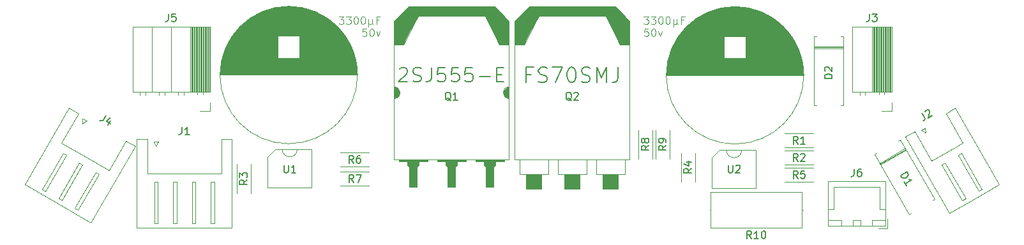
<source format=gbr>
%TF.GenerationSoftware,KiCad,Pcbnew,7.0.9*%
%TF.CreationDate,2024-01-05T12:32:23+09:00*%
%TF.ProjectId,KickerBoard,4b69636b-6572-4426-9f61-72642e6b6963,rev?*%
%TF.SameCoordinates,Original*%
%TF.FileFunction,Legend,Top*%
%TF.FilePolarity,Positive*%
%FSLAX46Y46*%
G04 Gerber Fmt 4.6, Leading zero omitted, Abs format (unit mm)*
G04 Created by KiCad (PCBNEW 7.0.9) date 2024-01-05 12:32:23*
%MOMM*%
%LPD*%
G01*
G04 APERTURE LIST*
%ADD10C,0.120000*%
%ADD11C,0.150000*%
%ADD12C,0.100000*%
G04 APERTURE END LIST*
D10*
X157193804Y-82859379D02*
X157812851Y-82859379D01*
X157812851Y-82859379D02*
X157479518Y-83240331D01*
X157479518Y-83240331D02*
X157622375Y-83240331D01*
X157622375Y-83240331D02*
X157717613Y-83287950D01*
X157717613Y-83287950D02*
X157765232Y-83335569D01*
X157765232Y-83335569D02*
X157812851Y-83430807D01*
X157812851Y-83430807D02*
X157812851Y-83668902D01*
X157812851Y-83668902D02*
X157765232Y-83764140D01*
X157765232Y-83764140D02*
X157717613Y-83811760D01*
X157717613Y-83811760D02*
X157622375Y-83859379D01*
X157622375Y-83859379D02*
X157336661Y-83859379D01*
X157336661Y-83859379D02*
X157241423Y-83811760D01*
X157241423Y-83811760D02*
X157193804Y-83764140D01*
X158146185Y-82859379D02*
X158765232Y-82859379D01*
X158765232Y-82859379D02*
X158431899Y-83240331D01*
X158431899Y-83240331D02*
X158574756Y-83240331D01*
X158574756Y-83240331D02*
X158669994Y-83287950D01*
X158669994Y-83287950D02*
X158717613Y-83335569D01*
X158717613Y-83335569D02*
X158765232Y-83430807D01*
X158765232Y-83430807D02*
X158765232Y-83668902D01*
X158765232Y-83668902D02*
X158717613Y-83764140D01*
X158717613Y-83764140D02*
X158669994Y-83811760D01*
X158669994Y-83811760D02*
X158574756Y-83859379D01*
X158574756Y-83859379D02*
X158289042Y-83859379D01*
X158289042Y-83859379D02*
X158193804Y-83811760D01*
X158193804Y-83811760D02*
X158146185Y-83764140D01*
X159384280Y-82859379D02*
X159479518Y-82859379D01*
X159479518Y-82859379D02*
X159574756Y-82906998D01*
X159574756Y-82906998D02*
X159622375Y-82954617D01*
X159622375Y-82954617D02*
X159669994Y-83049855D01*
X159669994Y-83049855D02*
X159717613Y-83240331D01*
X159717613Y-83240331D02*
X159717613Y-83478426D01*
X159717613Y-83478426D02*
X159669994Y-83668902D01*
X159669994Y-83668902D02*
X159622375Y-83764140D01*
X159622375Y-83764140D02*
X159574756Y-83811760D01*
X159574756Y-83811760D02*
X159479518Y-83859379D01*
X159479518Y-83859379D02*
X159384280Y-83859379D01*
X159384280Y-83859379D02*
X159289042Y-83811760D01*
X159289042Y-83811760D02*
X159241423Y-83764140D01*
X159241423Y-83764140D02*
X159193804Y-83668902D01*
X159193804Y-83668902D02*
X159146185Y-83478426D01*
X159146185Y-83478426D02*
X159146185Y-83240331D01*
X159146185Y-83240331D02*
X159193804Y-83049855D01*
X159193804Y-83049855D02*
X159241423Y-82954617D01*
X159241423Y-82954617D02*
X159289042Y-82906998D01*
X159289042Y-82906998D02*
X159384280Y-82859379D01*
X160336661Y-82859379D02*
X160431899Y-82859379D01*
X160431899Y-82859379D02*
X160527137Y-82906998D01*
X160527137Y-82906998D02*
X160574756Y-82954617D01*
X160574756Y-82954617D02*
X160622375Y-83049855D01*
X160622375Y-83049855D02*
X160669994Y-83240331D01*
X160669994Y-83240331D02*
X160669994Y-83478426D01*
X160669994Y-83478426D02*
X160622375Y-83668902D01*
X160622375Y-83668902D02*
X160574756Y-83764140D01*
X160574756Y-83764140D02*
X160527137Y-83811760D01*
X160527137Y-83811760D02*
X160431899Y-83859379D01*
X160431899Y-83859379D02*
X160336661Y-83859379D01*
X160336661Y-83859379D02*
X160241423Y-83811760D01*
X160241423Y-83811760D02*
X160193804Y-83764140D01*
X160193804Y-83764140D02*
X160146185Y-83668902D01*
X160146185Y-83668902D02*
X160098566Y-83478426D01*
X160098566Y-83478426D02*
X160098566Y-83240331D01*
X160098566Y-83240331D02*
X160146185Y-83049855D01*
X160146185Y-83049855D02*
X160193804Y-82954617D01*
X160193804Y-82954617D02*
X160241423Y-82906998D01*
X160241423Y-82906998D02*
X160336661Y-82859379D01*
X161098566Y-83192712D02*
X161098566Y-84192712D01*
X161574756Y-83716521D02*
X161622375Y-83811760D01*
X161622375Y-83811760D02*
X161717613Y-83859379D01*
X161098566Y-83716521D02*
X161146185Y-83811760D01*
X161146185Y-83811760D02*
X161241423Y-83859379D01*
X161241423Y-83859379D02*
X161431899Y-83859379D01*
X161431899Y-83859379D02*
X161527137Y-83811760D01*
X161527137Y-83811760D02*
X161574756Y-83716521D01*
X161574756Y-83716521D02*
X161574756Y-83192712D01*
X162479518Y-83335569D02*
X162146185Y-83335569D01*
X162146185Y-83859379D02*
X162146185Y-82859379D01*
X162146185Y-82859379D02*
X162622375Y-82859379D01*
X157765232Y-84469379D02*
X157289042Y-84469379D01*
X157289042Y-84469379D02*
X157241423Y-84945569D01*
X157241423Y-84945569D02*
X157289042Y-84897950D01*
X157289042Y-84897950D02*
X157384280Y-84850331D01*
X157384280Y-84850331D02*
X157622375Y-84850331D01*
X157622375Y-84850331D02*
X157717613Y-84897950D01*
X157717613Y-84897950D02*
X157765232Y-84945569D01*
X157765232Y-84945569D02*
X157812851Y-85040807D01*
X157812851Y-85040807D02*
X157812851Y-85278902D01*
X157812851Y-85278902D02*
X157765232Y-85374140D01*
X157765232Y-85374140D02*
X157717613Y-85421760D01*
X157717613Y-85421760D02*
X157622375Y-85469379D01*
X157622375Y-85469379D02*
X157384280Y-85469379D01*
X157384280Y-85469379D02*
X157289042Y-85421760D01*
X157289042Y-85421760D02*
X157241423Y-85374140D01*
X158431899Y-84469379D02*
X158527137Y-84469379D01*
X158527137Y-84469379D02*
X158622375Y-84516998D01*
X158622375Y-84516998D02*
X158669994Y-84564617D01*
X158669994Y-84564617D02*
X158717613Y-84659855D01*
X158717613Y-84659855D02*
X158765232Y-84850331D01*
X158765232Y-84850331D02*
X158765232Y-85088426D01*
X158765232Y-85088426D02*
X158717613Y-85278902D01*
X158717613Y-85278902D02*
X158669994Y-85374140D01*
X158669994Y-85374140D02*
X158622375Y-85421760D01*
X158622375Y-85421760D02*
X158527137Y-85469379D01*
X158527137Y-85469379D02*
X158431899Y-85469379D01*
X158431899Y-85469379D02*
X158336661Y-85421760D01*
X158336661Y-85421760D02*
X158289042Y-85374140D01*
X158289042Y-85374140D02*
X158241423Y-85278902D01*
X158241423Y-85278902D02*
X158193804Y-85088426D01*
X158193804Y-85088426D02*
X158193804Y-84850331D01*
X158193804Y-84850331D02*
X158241423Y-84659855D01*
X158241423Y-84659855D02*
X158289042Y-84564617D01*
X158289042Y-84564617D02*
X158336661Y-84516998D01*
X158336661Y-84516998D02*
X158431899Y-84469379D01*
X159098566Y-84802712D02*
X159336661Y-85469379D01*
X159336661Y-85469379D02*
X159574756Y-84802712D01*
X116777624Y-82859379D02*
X117396671Y-82859379D01*
X117396671Y-82859379D02*
X117063338Y-83240331D01*
X117063338Y-83240331D02*
X117206195Y-83240331D01*
X117206195Y-83240331D02*
X117301433Y-83287950D01*
X117301433Y-83287950D02*
X117349052Y-83335569D01*
X117349052Y-83335569D02*
X117396671Y-83430807D01*
X117396671Y-83430807D02*
X117396671Y-83668902D01*
X117396671Y-83668902D02*
X117349052Y-83764140D01*
X117349052Y-83764140D02*
X117301433Y-83811760D01*
X117301433Y-83811760D02*
X117206195Y-83859379D01*
X117206195Y-83859379D02*
X116920481Y-83859379D01*
X116920481Y-83859379D02*
X116825243Y-83811760D01*
X116825243Y-83811760D02*
X116777624Y-83764140D01*
X117730005Y-82859379D02*
X118349052Y-82859379D01*
X118349052Y-82859379D02*
X118015719Y-83240331D01*
X118015719Y-83240331D02*
X118158576Y-83240331D01*
X118158576Y-83240331D02*
X118253814Y-83287950D01*
X118253814Y-83287950D02*
X118301433Y-83335569D01*
X118301433Y-83335569D02*
X118349052Y-83430807D01*
X118349052Y-83430807D02*
X118349052Y-83668902D01*
X118349052Y-83668902D02*
X118301433Y-83764140D01*
X118301433Y-83764140D02*
X118253814Y-83811760D01*
X118253814Y-83811760D02*
X118158576Y-83859379D01*
X118158576Y-83859379D02*
X117872862Y-83859379D01*
X117872862Y-83859379D02*
X117777624Y-83811760D01*
X117777624Y-83811760D02*
X117730005Y-83764140D01*
X118968100Y-82859379D02*
X119063338Y-82859379D01*
X119063338Y-82859379D02*
X119158576Y-82906998D01*
X119158576Y-82906998D02*
X119206195Y-82954617D01*
X119206195Y-82954617D02*
X119253814Y-83049855D01*
X119253814Y-83049855D02*
X119301433Y-83240331D01*
X119301433Y-83240331D02*
X119301433Y-83478426D01*
X119301433Y-83478426D02*
X119253814Y-83668902D01*
X119253814Y-83668902D02*
X119206195Y-83764140D01*
X119206195Y-83764140D02*
X119158576Y-83811760D01*
X119158576Y-83811760D02*
X119063338Y-83859379D01*
X119063338Y-83859379D02*
X118968100Y-83859379D01*
X118968100Y-83859379D02*
X118872862Y-83811760D01*
X118872862Y-83811760D02*
X118825243Y-83764140D01*
X118825243Y-83764140D02*
X118777624Y-83668902D01*
X118777624Y-83668902D02*
X118730005Y-83478426D01*
X118730005Y-83478426D02*
X118730005Y-83240331D01*
X118730005Y-83240331D02*
X118777624Y-83049855D01*
X118777624Y-83049855D02*
X118825243Y-82954617D01*
X118825243Y-82954617D02*
X118872862Y-82906998D01*
X118872862Y-82906998D02*
X118968100Y-82859379D01*
X119920481Y-82859379D02*
X120015719Y-82859379D01*
X120015719Y-82859379D02*
X120110957Y-82906998D01*
X120110957Y-82906998D02*
X120158576Y-82954617D01*
X120158576Y-82954617D02*
X120206195Y-83049855D01*
X120206195Y-83049855D02*
X120253814Y-83240331D01*
X120253814Y-83240331D02*
X120253814Y-83478426D01*
X120253814Y-83478426D02*
X120206195Y-83668902D01*
X120206195Y-83668902D02*
X120158576Y-83764140D01*
X120158576Y-83764140D02*
X120110957Y-83811760D01*
X120110957Y-83811760D02*
X120015719Y-83859379D01*
X120015719Y-83859379D02*
X119920481Y-83859379D01*
X119920481Y-83859379D02*
X119825243Y-83811760D01*
X119825243Y-83811760D02*
X119777624Y-83764140D01*
X119777624Y-83764140D02*
X119730005Y-83668902D01*
X119730005Y-83668902D02*
X119682386Y-83478426D01*
X119682386Y-83478426D02*
X119682386Y-83240331D01*
X119682386Y-83240331D02*
X119730005Y-83049855D01*
X119730005Y-83049855D02*
X119777624Y-82954617D01*
X119777624Y-82954617D02*
X119825243Y-82906998D01*
X119825243Y-82906998D02*
X119920481Y-82859379D01*
X120682386Y-83192712D02*
X120682386Y-84192712D01*
X121158576Y-83716521D02*
X121206195Y-83811760D01*
X121206195Y-83811760D02*
X121301433Y-83859379D01*
X120682386Y-83716521D02*
X120730005Y-83811760D01*
X120730005Y-83811760D02*
X120825243Y-83859379D01*
X120825243Y-83859379D02*
X121015719Y-83859379D01*
X121015719Y-83859379D02*
X121110957Y-83811760D01*
X121110957Y-83811760D02*
X121158576Y-83716521D01*
X121158576Y-83716521D02*
X121158576Y-83192712D01*
X122063338Y-83335569D02*
X121730005Y-83335569D01*
X121730005Y-83859379D02*
X121730005Y-82859379D01*
X121730005Y-82859379D02*
X122206195Y-82859379D01*
X120396671Y-84469379D02*
X119920481Y-84469379D01*
X119920481Y-84469379D02*
X119872862Y-84945569D01*
X119872862Y-84945569D02*
X119920481Y-84897950D01*
X119920481Y-84897950D02*
X120015719Y-84850331D01*
X120015719Y-84850331D02*
X120253814Y-84850331D01*
X120253814Y-84850331D02*
X120349052Y-84897950D01*
X120349052Y-84897950D02*
X120396671Y-84945569D01*
X120396671Y-84945569D02*
X120444290Y-85040807D01*
X120444290Y-85040807D02*
X120444290Y-85278902D01*
X120444290Y-85278902D02*
X120396671Y-85374140D01*
X120396671Y-85374140D02*
X120349052Y-85421760D01*
X120349052Y-85421760D02*
X120253814Y-85469379D01*
X120253814Y-85469379D02*
X120015719Y-85469379D01*
X120015719Y-85469379D02*
X119920481Y-85421760D01*
X119920481Y-85421760D02*
X119872862Y-85374140D01*
X121063338Y-84469379D02*
X121158576Y-84469379D01*
X121158576Y-84469379D02*
X121253814Y-84516998D01*
X121253814Y-84516998D02*
X121301433Y-84564617D01*
X121301433Y-84564617D02*
X121349052Y-84659855D01*
X121349052Y-84659855D02*
X121396671Y-84850331D01*
X121396671Y-84850331D02*
X121396671Y-85088426D01*
X121396671Y-85088426D02*
X121349052Y-85278902D01*
X121349052Y-85278902D02*
X121301433Y-85374140D01*
X121301433Y-85374140D02*
X121253814Y-85421760D01*
X121253814Y-85421760D02*
X121158576Y-85469379D01*
X121158576Y-85469379D02*
X121063338Y-85469379D01*
X121063338Y-85469379D02*
X120968100Y-85421760D01*
X120968100Y-85421760D02*
X120920481Y-85374140D01*
X120920481Y-85374140D02*
X120872862Y-85278902D01*
X120872862Y-85278902D02*
X120825243Y-85088426D01*
X120825243Y-85088426D02*
X120825243Y-84850331D01*
X120825243Y-84850331D02*
X120872862Y-84659855D01*
X120872862Y-84659855D02*
X120920481Y-84564617D01*
X120920481Y-84564617D02*
X120968100Y-84516998D01*
X120968100Y-84516998D02*
X121063338Y-84469379D01*
X121730005Y-84802712D02*
X121968100Y-85469379D01*
X121968100Y-85469379D02*
X122206195Y-84802712D01*
D11*
X171467542Y-112333619D02*
X171134209Y-111857428D01*
X170896114Y-112333619D02*
X170896114Y-111333619D01*
X170896114Y-111333619D02*
X171277066Y-111333619D01*
X171277066Y-111333619D02*
X171372304Y-111381238D01*
X171372304Y-111381238D02*
X171419923Y-111428857D01*
X171419923Y-111428857D02*
X171467542Y-111524095D01*
X171467542Y-111524095D02*
X171467542Y-111666952D01*
X171467542Y-111666952D02*
X171419923Y-111762190D01*
X171419923Y-111762190D02*
X171372304Y-111809809D01*
X171372304Y-111809809D02*
X171277066Y-111857428D01*
X171277066Y-111857428D02*
X170896114Y-111857428D01*
X172419923Y-112333619D02*
X171848495Y-112333619D01*
X172134209Y-112333619D02*
X172134209Y-111333619D01*
X172134209Y-111333619D02*
X172038971Y-111476476D01*
X172038971Y-111476476D02*
X171943733Y-111571714D01*
X171943733Y-111571714D02*
X171848495Y-111619333D01*
X173038971Y-111333619D02*
X173134209Y-111333619D01*
X173134209Y-111333619D02*
X173229447Y-111381238D01*
X173229447Y-111381238D02*
X173277066Y-111428857D01*
X173277066Y-111428857D02*
X173324685Y-111524095D01*
X173324685Y-111524095D02*
X173372304Y-111714571D01*
X173372304Y-111714571D02*
X173372304Y-111952666D01*
X173372304Y-111952666D02*
X173324685Y-112143142D01*
X173324685Y-112143142D02*
X173277066Y-112238380D01*
X173277066Y-112238380D02*
X173229447Y-112286000D01*
X173229447Y-112286000D02*
X173134209Y-112333619D01*
X173134209Y-112333619D02*
X173038971Y-112333619D01*
X173038971Y-112333619D02*
X172943733Y-112286000D01*
X172943733Y-112286000D02*
X172896114Y-112238380D01*
X172896114Y-112238380D02*
X172848495Y-112143142D01*
X172848495Y-112143142D02*
X172800876Y-111952666D01*
X172800876Y-111952666D02*
X172800876Y-111714571D01*
X172800876Y-111714571D02*
X172848495Y-111524095D01*
X172848495Y-111524095D02*
X172896114Y-111428857D01*
X172896114Y-111428857D02*
X172943733Y-111381238D01*
X172943733Y-111381238D02*
X173038971Y-111333619D01*
X185086666Y-103086819D02*
X185086666Y-103801104D01*
X185086666Y-103801104D02*
X185039047Y-103943961D01*
X185039047Y-103943961D02*
X184943809Y-104039200D01*
X184943809Y-104039200D02*
X184800952Y-104086819D01*
X184800952Y-104086819D02*
X184705714Y-104086819D01*
X185991428Y-103086819D02*
X185800952Y-103086819D01*
X185800952Y-103086819D02*
X185705714Y-103134438D01*
X185705714Y-103134438D02*
X185658095Y-103182057D01*
X185658095Y-103182057D02*
X185562857Y-103324914D01*
X185562857Y-103324914D02*
X185515238Y-103515390D01*
X185515238Y-103515390D02*
X185515238Y-103896342D01*
X185515238Y-103896342D02*
X185562857Y-103991580D01*
X185562857Y-103991580D02*
X185610476Y-104039200D01*
X185610476Y-104039200D02*
X185705714Y-104086819D01*
X185705714Y-104086819D02*
X185896190Y-104086819D01*
X185896190Y-104086819D02*
X185991428Y-104039200D01*
X185991428Y-104039200D02*
X186039047Y-103991580D01*
X186039047Y-103991580D02*
X186086666Y-103896342D01*
X186086666Y-103896342D02*
X186086666Y-103658247D01*
X186086666Y-103658247D02*
X186039047Y-103563009D01*
X186039047Y-103563009D02*
X185991428Y-103515390D01*
X185991428Y-103515390D02*
X185896190Y-103467771D01*
X185896190Y-103467771D02*
X185705714Y-103467771D01*
X185705714Y-103467771D02*
X185610476Y-103515390D01*
X185610476Y-103515390D02*
X185562857Y-103563009D01*
X185562857Y-103563009D02*
X185515238Y-103658247D01*
X94154666Y-82512819D02*
X94154666Y-83227104D01*
X94154666Y-83227104D02*
X94107047Y-83369961D01*
X94107047Y-83369961D02*
X94011809Y-83465200D01*
X94011809Y-83465200D02*
X93868952Y-83512819D01*
X93868952Y-83512819D02*
X93773714Y-83512819D01*
X95107047Y-82512819D02*
X94630857Y-82512819D01*
X94630857Y-82512819D02*
X94583238Y-82989009D01*
X94583238Y-82989009D02*
X94630857Y-82941390D01*
X94630857Y-82941390D02*
X94726095Y-82893771D01*
X94726095Y-82893771D02*
X94964190Y-82893771D01*
X94964190Y-82893771D02*
X95059428Y-82941390D01*
X95059428Y-82941390D02*
X95107047Y-82989009D01*
X95107047Y-82989009D02*
X95154666Y-83084247D01*
X95154666Y-83084247D02*
X95154666Y-83322342D01*
X95154666Y-83322342D02*
X95107047Y-83417580D01*
X95107047Y-83417580D02*
X95059428Y-83465200D01*
X95059428Y-83465200D02*
X94964190Y-83512819D01*
X94964190Y-83512819D02*
X94726095Y-83512819D01*
X94726095Y-83512819D02*
X94630857Y-83465200D01*
X94630857Y-83465200D02*
X94583238Y-83417580D01*
X85881916Y-95958316D02*
X85524773Y-96576906D01*
X85524773Y-96576906D02*
X85412105Y-96676814D01*
X85412105Y-96676814D02*
X85282007Y-96711674D01*
X85282007Y-96711674D02*
X85134480Y-96681484D01*
X85134480Y-96681484D02*
X85052001Y-96633865D01*
X86498796Y-96699372D02*
X86165463Y-97276723D01*
X86483076Y-96250410D02*
X85919736Y-96749952D01*
X85919736Y-96749952D02*
X86455847Y-97059476D01*
X147605761Y-94022057D02*
X147510523Y-93974438D01*
X147510523Y-93974438D02*
X147415285Y-93879200D01*
X147415285Y-93879200D02*
X147272428Y-93736342D01*
X147272428Y-93736342D02*
X147177190Y-93688723D01*
X147177190Y-93688723D02*
X147081952Y-93688723D01*
X147129571Y-93926819D02*
X147034333Y-93879200D01*
X147034333Y-93879200D02*
X146939095Y-93783961D01*
X146939095Y-93783961D02*
X146891476Y-93593485D01*
X146891476Y-93593485D02*
X146891476Y-93260152D01*
X146891476Y-93260152D02*
X146939095Y-93069676D01*
X146939095Y-93069676D02*
X147034333Y-92974438D01*
X147034333Y-92974438D02*
X147129571Y-92926819D01*
X147129571Y-92926819D02*
X147320047Y-92926819D01*
X147320047Y-92926819D02*
X147415285Y-92974438D01*
X147415285Y-92974438D02*
X147510523Y-93069676D01*
X147510523Y-93069676D02*
X147558142Y-93260152D01*
X147558142Y-93260152D02*
X147558142Y-93593485D01*
X147558142Y-93593485D02*
X147510523Y-93783961D01*
X147510523Y-93783961D02*
X147415285Y-93879200D01*
X147415285Y-93879200D02*
X147320047Y-93926819D01*
X147320047Y-93926819D02*
X147129571Y-93926819D01*
X147939095Y-93022057D02*
X147986714Y-92974438D01*
X147986714Y-92974438D02*
X148081952Y-92926819D01*
X148081952Y-92926819D02*
X148320047Y-92926819D01*
X148320047Y-92926819D02*
X148415285Y-92974438D01*
X148415285Y-92974438D02*
X148462904Y-93022057D01*
X148462904Y-93022057D02*
X148510523Y-93117295D01*
X148510523Y-93117295D02*
X148510523Y-93212533D01*
X148510523Y-93212533D02*
X148462904Y-93355390D01*
X148462904Y-93355390D02*
X147891476Y-93926819D01*
X147891476Y-93926819D02*
X148510523Y-93926819D01*
X142272428Y-90547819D02*
X141605761Y-90547819D01*
X141605761Y-91595438D02*
X141605761Y-89595438D01*
X141605761Y-89595438D02*
X142558142Y-89595438D01*
X143224809Y-91500200D02*
X143510523Y-91595438D01*
X143510523Y-91595438D02*
X143986714Y-91595438D01*
X143986714Y-91595438D02*
X144177190Y-91500200D01*
X144177190Y-91500200D02*
X144272428Y-91404961D01*
X144272428Y-91404961D02*
X144367666Y-91214485D01*
X144367666Y-91214485D02*
X144367666Y-91024009D01*
X144367666Y-91024009D02*
X144272428Y-90833533D01*
X144272428Y-90833533D02*
X144177190Y-90738295D01*
X144177190Y-90738295D02*
X143986714Y-90643057D01*
X143986714Y-90643057D02*
X143605761Y-90547819D01*
X143605761Y-90547819D02*
X143415285Y-90452580D01*
X143415285Y-90452580D02*
X143320047Y-90357342D01*
X143320047Y-90357342D02*
X143224809Y-90166866D01*
X143224809Y-90166866D02*
X143224809Y-89976390D01*
X143224809Y-89976390D02*
X143320047Y-89785914D01*
X143320047Y-89785914D02*
X143415285Y-89690676D01*
X143415285Y-89690676D02*
X143605761Y-89595438D01*
X143605761Y-89595438D02*
X144081952Y-89595438D01*
X144081952Y-89595438D02*
X144367666Y-89690676D01*
X145034333Y-89595438D02*
X146367666Y-89595438D01*
X146367666Y-89595438D02*
X145510523Y-91595438D01*
X147510523Y-89595438D02*
X147701000Y-89595438D01*
X147701000Y-89595438D02*
X147891476Y-89690676D01*
X147891476Y-89690676D02*
X147986714Y-89785914D01*
X147986714Y-89785914D02*
X148081952Y-89976390D01*
X148081952Y-89976390D02*
X148177190Y-90357342D01*
X148177190Y-90357342D02*
X148177190Y-90833533D01*
X148177190Y-90833533D02*
X148081952Y-91214485D01*
X148081952Y-91214485D02*
X147986714Y-91404961D01*
X147986714Y-91404961D02*
X147891476Y-91500200D01*
X147891476Y-91500200D02*
X147701000Y-91595438D01*
X147701000Y-91595438D02*
X147510523Y-91595438D01*
X147510523Y-91595438D02*
X147320047Y-91500200D01*
X147320047Y-91500200D02*
X147224809Y-91404961D01*
X147224809Y-91404961D02*
X147129571Y-91214485D01*
X147129571Y-91214485D02*
X147034333Y-90833533D01*
X147034333Y-90833533D02*
X147034333Y-90357342D01*
X147034333Y-90357342D02*
X147129571Y-89976390D01*
X147129571Y-89976390D02*
X147224809Y-89785914D01*
X147224809Y-89785914D02*
X147320047Y-89690676D01*
X147320047Y-89690676D02*
X147510523Y-89595438D01*
X148939095Y-91500200D02*
X149224809Y-91595438D01*
X149224809Y-91595438D02*
X149701000Y-91595438D01*
X149701000Y-91595438D02*
X149891476Y-91500200D01*
X149891476Y-91500200D02*
X149986714Y-91404961D01*
X149986714Y-91404961D02*
X150081952Y-91214485D01*
X150081952Y-91214485D02*
X150081952Y-91024009D01*
X150081952Y-91024009D02*
X149986714Y-90833533D01*
X149986714Y-90833533D02*
X149891476Y-90738295D01*
X149891476Y-90738295D02*
X149701000Y-90643057D01*
X149701000Y-90643057D02*
X149320047Y-90547819D01*
X149320047Y-90547819D02*
X149129571Y-90452580D01*
X149129571Y-90452580D02*
X149034333Y-90357342D01*
X149034333Y-90357342D02*
X148939095Y-90166866D01*
X148939095Y-90166866D02*
X148939095Y-89976390D01*
X148939095Y-89976390D02*
X149034333Y-89785914D01*
X149034333Y-89785914D02*
X149129571Y-89690676D01*
X149129571Y-89690676D02*
X149320047Y-89595438D01*
X149320047Y-89595438D02*
X149796238Y-89595438D01*
X149796238Y-89595438D02*
X150081952Y-89690676D01*
X150939095Y-91595438D02*
X150939095Y-89595438D01*
X150939095Y-89595438D02*
X151605762Y-91024009D01*
X151605762Y-91024009D02*
X152272428Y-89595438D01*
X152272428Y-89595438D02*
X152272428Y-91595438D01*
X153796238Y-89595438D02*
X153796238Y-91024009D01*
X153796238Y-91024009D02*
X153700999Y-91309723D01*
X153700999Y-91309723D02*
X153510523Y-91500200D01*
X153510523Y-91500200D02*
X153224809Y-91595438D01*
X153224809Y-91595438D02*
X153034333Y-91595438D01*
X109484095Y-102578819D02*
X109484095Y-103388342D01*
X109484095Y-103388342D02*
X109531714Y-103483580D01*
X109531714Y-103483580D02*
X109579333Y-103531200D01*
X109579333Y-103531200D02*
X109674571Y-103578819D01*
X109674571Y-103578819D02*
X109865047Y-103578819D01*
X109865047Y-103578819D02*
X109960285Y-103531200D01*
X109960285Y-103531200D02*
X110007904Y-103483580D01*
X110007904Y-103483580D02*
X110055523Y-103388342D01*
X110055523Y-103388342D02*
X110055523Y-102578819D01*
X111055523Y-103578819D02*
X110484095Y-103578819D01*
X110769809Y-103578819D02*
X110769809Y-102578819D01*
X110769809Y-102578819D02*
X110674571Y-102721676D01*
X110674571Y-102721676D02*
X110579333Y-102816914D01*
X110579333Y-102816914D02*
X110484095Y-102864533D01*
X157866819Y-99988666D02*
X157390628Y-100321999D01*
X157866819Y-100560094D02*
X156866819Y-100560094D01*
X156866819Y-100560094D02*
X156866819Y-100179142D01*
X156866819Y-100179142D02*
X156914438Y-100083904D01*
X156914438Y-100083904D02*
X156962057Y-100036285D01*
X156962057Y-100036285D02*
X157057295Y-99988666D01*
X157057295Y-99988666D02*
X157200152Y-99988666D01*
X157200152Y-99988666D02*
X157295390Y-100036285D01*
X157295390Y-100036285D02*
X157343009Y-100083904D01*
X157343009Y-100083904D02*
X157390628Y-100179142D01*
X157390628Y-100179142D02*
X157390628Y-100560094D01*
X157295390Y-99417237D02*
X157247771Y-99512475D01*
X157247771Y-99512475D02*
X157200152Y-99560094D01*
X157200152Y-99560094D02*
X157104914Y-99607713D01*
X157104914Y-99607713D02*
X157057295Y-99607713D01*
X157057295Y-99607713D02*
X156962057Y-99560094D01*
X156962057Y-99560094D02*
X156914438Y-99512475D01*
X156914438Y-99512475D02*
X156866819Y-99417237D01*
X156866819Y-99417237D02*
X156866819Y-99226761D01*
X156866819Y-99226761D02*
X156914438Y-99131523D01*
X156914438Y-99131523D02*
X156962057Y-99083904D01*
X156962057Y-99083904D02*
X157057295Y-99036285D01*
X157057295Y-99036285D02*
X157104914Y-99036285D01*
X157104914Y-99036285D02*
X157200152Y-99083904D01*
X157200152Y-99083904D02*
X157247771Y-99131523D01*
X157247771Y-99131523D02*
X157295390Y-99226761D01*
X157295390Y-99226761D02*
X157295390Y-99417237D01*
X157295390Y-99417237D02*
X157343009Y-99512475D01*
X157343009Y-99512475D02*
X157390628Y-99560094D01*
X157390628Y-99560094D02*
X157485866Y-99607713D01*
X157485866Y-99607713D02*
X157676342Y-99607713D01*
X157676342Y-99607713D02*
X157771580Y-99560094D01*
X157771580Y-99560094D02*
X157819200Y-99512475D01*
X157819200Y-99512475D02*
X157866819Y-99417237D01*
X157866819Y-99417237D02*
X157866819Y-99226761D01*
X157866819Y-99226761D02*
X157819200Y-99131523D01*
X157819200Y-99131523D02*
X157771580Y-99083904D01*
X157771580Y-99083904D02*
X157676342Y-99036285D01*
X157676342Y-99036285D02*
X157485866Y-99036285D01*
X157485866Y-99036285D02*
X157390628Y-99083904D01*
X157390628Y-99083904D02*
X157343009Y-99131523D01*
X157343009Y-99131523D02*
X157295390Y-99226761D01*
X177633333Y-104340819D02*
X177300000Y-103864628D01*
X177061905Y-104340819D02*
X177061905Y-103340819D01*
X177061905Y-103340819D02*
X177442857Y-103340819D01*
X177442857Y-103340819D02*
X177538095Y-103388438D01*
X177538095Y-103388438D02*
X177585714Y-103436057D01*
X177585714Y-103436057D02*
X177633333Y-103531295D01*
X177633333Y-103531295D02*
X177633333Y-103674152D01*
X177633333Y-103674152D02*
X177585714Y-103769390D01*
X177585714Y-103769390D02*
X177538095Y-103817009D01*
X177538095Y-103817009D02*
X177442857Y-103864628D01*
X177442857Y-103864628D02*
X177061905Y-103864628D01*
X178538095Y-103340819D02*
X178061905Y-103340819D01*
X178061905Y-103340819D02*
X178014286Y-103817009D01*
X178014286Y-103817009D02*
X178061905Y-103769390D01*
X178061905Y-103769390D02*
X178157143Y-103721771D01*
X178157143Y-103721771D02*
X178395238Y-103721771D01*
X178395238Y-103721771D02*
X178490476Y-103769390D01*
X178490476Y-103769390D02*
X178538095Y-103817009D01*
X178538095Y-103817009D02*
X178585714Y-103912247D01*
X178585714Y-103912247D02*
X178585714Y-104150342D01*
X178585714Y-104150342D02*
X178538095Y-104245580D01*
X178538095Y-104245580D02*
X178490476Y-104293200D01*
X178490476Y-104293200D02*
X178395238Y-104340819D01*
X178395238Y-104340819D02*
X178157143Y-104340819D01*
X178157143Y-104340819D02*
X178061905Y-104293200D01*
X178061905Y-104293200D02*
X178014286Y-104245580D01*
X118705333Y-104848819D02*
X118372000Y-104372628D01*
X118133905Y-104848819D02*
X118133905Y-103848819D01*
X118133905Y-103848819D02*
X118514857Y-103848819D01*
X118514857Y-103848819D02*
X118610095Y-103896438D01*
X118610095Y-103896438D02*
X118657714Y-103944057D01*
X118657714Y-103944057D02*
X118705333Y-104039295D01*
X118705333Y-104039295D02*
X118705333Y-104182152D01*
X118705333Y-104182152D02*
X118657714Y-104277390D01*
X118657714Y-104277390D02*
X118610095Y-104325009D01*
X118610095Y-104325009D02*
X118514857Y-104372628D01*
X118514857Y-104372628D02*
X118133905Y-104372628D01*
X119038667Y-103848819D02*
X119705333Y-103848819D01*
X119705333Y-103848819D02*
X119276762Y-104848819D01*
X131603761Y-94022057D02*
X131508523Y-93974438D01*
X131508523Y-93974438D02*
X131413285Y-93879200D01*
X131413285Y-93879200D02*
X131270428Y-93736342D01*
X131270428Y-93736342D02*
X131175190Y-93688723D01*
X131175190Y-93688723D02*
X131079952Y-93688723D01*
X131127571Y-93926819D02*
X131032333Y-93879200D01*
X131032333Y-93879200D02*
X130937095Y-93783961D01*
X130937095Y-93783961D02*
X130889476Y-93593485D01*
X130889476Y-93593485D02*
X130889476Y-93260152D01*
X130889476Y-93260152D02*
X130937095Y-93069676D01*
X130937095Y-93069676D02*
X131032333Y-92974438D01*
X131032333Y-92974438D02*
X131127571Y-92926819D01*
X131127571Y-92926819D02*
X131318047Y-92926819D01*
X131318047Y-92926819D02*
X131413285Y-92974438D01*
X131413285Y-92974438D02*
X131508523Y-93069676D01*
X131508523Y-93069676D02*
X131556142Y-93260152D01*
X131556142Y-93260152D02*
X131556142Y-93593485D01*
X131556142Y-93593485D02*
X131508523Y-93783961D01*
X131508523Y-93783961D02*
X131413285Y-93879200D01*
X131413285Y-93879200D02*
X131318047Y-93926819D01*
X131318047Y-93926819D02*
X131127571Y-93926819D01*
X132508523Y-93926819D02*
X131937095Y-93926819D01*
X132222809Y-93926819D02*
X132222809Y-92926819D01*
X132222809Y-92926819D02*
X132127571Y-93069676D01*
X132127571Y-93069676D02*
X132032333Y-93164914D01*
X132032333Y-93164914D02*
X131937095Y-93212533D01*
X124777570Y-89830128D02*
X124868046Y-89739652D01*
X124868046Y-89739652D02*
X125048999Y-89649176D01*
X125048999Y-89649176D02*
X125501380Y-89649176D01*
X125501380Y-89649176D02*
X125682332Y-89739652D01*
X125682332Y-89739652D02*
X125772808Y-89830128D01*
X125772808Y-89830128D02*
X125863285Y-90011080D01*
X125863285Y-90011080D02*
X125863285Y-90192033D01*
X125863285Y-90192033D02*
X125772808Y-90463461D01*
X125772808Y-90463461D02*
X124687094Y-91549176D01*
X124687094Y-91549176D02*
X125863285Y-91549176D01*
X126587094Y-91458700D02*
X126858523Y-91549176D01*
X126858523Y-91549176D02*
X127310904Y-91549176D01*
X127310904Y-91549176D02*
X127491856Y-91458700D01*
X127491856Y-91458700D02*
X127582332Y-91368223D01*
X127582332Y-91368223D02*
X127672809Y-91187271D01*
X127672809Y-91187271D02*
X127672809Y-91006319D01*
X127672809Y-91006319D02*
X127582332Y-90825366D01*
X127582332Y-90825366D02*
X127491856Y-90734890D01*
X127491856Y-90734890D02*
X127310904Y-90644414D01*
X127310904Y-90644414D02*
X126948999Y-90553938D01*
X126948999Y-90553938D02*
X126768047Y-90463461D01*
X126768047Y-90463461D02*
X126677570Y-90372985D01*
X126677570Y-90372985D02*
X126587094Y-90192033D01*
X126587094Y-90192033D02*
X126587094Y-90011080D01*
X126587094Y-90011080D02*
X126677570Y-89830128D01*
X126677570Y-89830128D02*
X126768047Y-89739652D01*
X126768047Y-89739652D02*
X126948999Y-89649176D01*
X126948999Y-89649176D02*
X127401380Y-89649176D01*
X127401380Y-89649176D02*
X127672809Y-89739652D01*
X129029952Y-89649176D02*
X129029952Y-91006319D01*
X129029952Y-91006319D02*
X128939475Y-91277747D01*
X128939475Y-91277747D02*
X128758523Y-91458700D01*
X128758523Y-91458700D02*
X128487094Y-91549176D01*
X128487094Y-91549176D02*
X128306142Y-91549176D01*
X130839475Y-89649176D02*
X129934713Y-89649176D01*
X129934713Y-89649176D02*
X129844237Y-90553938D01*
X129844237Y-90553938D02*
X129934713Y-90463461D01*
X129934713Y-90463461D02*
X130115666Y-90372985D01*
X130115666Y-90372985D02*
X130568047Y-90372985D01*
X130568047Y-90372985D02*
X130748999Y-90463461D01*
X130748999Y-90463461D02*
X130839475Y-90553938D01*
X130839475Y-90553938D02*
X130929952Y-90734890D01*
X130929952Y-90734890D02*
X130929952Y-91187271D01*
X130929952Y-91187271D02*
X130839475Y-91368223D01*
X130839475Y-91368223D02*
X130748999Y-91458700D01*
X130748999Y-91458700D02*
X130568047Y-91549176D01*
X130568047Y-91549176D02*
X130115666Y-91549176D01*
X130115666Y-91549176D02*
X129934713Y-91458700D01*
X129934713Y-91458700D02*
X129844237Y-91368223D01*
X132648999Y-89649176D02*
X131744237Y-89649176D01*
X131744237Y-89649176D02*
X131653761Y-90553938D01*
X131653761Y-90553938D02*
X131744237Y-90463461D01*
X131744237Y-90463461D02*
X131925190Y-90372985D01*
X131925190Y-90372985D02*
X132377571Y-90372985D01*
X132377571Y-90372985D02*
X132558523Y-90463461D01*
X132558523Y-90463461D02*
X132648999Y-90553938D01*
X132648999Y-90553938D02*
X132739476Y-90734890D01*
X132739476Y-90734890D02*
X132739476Y-91187271D01*
X132739476Y-91187271D02*
X132648999Y-91368223D01*
X132648999Y-91368223D02*
X132558523Y-91458700D01*
X132558523Y-91458700D02*
X132377571Y-91549176D01*
X132377571Y-91549176D02*
X131925190Y-91549176D01*
X131925190Y-91549176D02*
X131744237Y-91458700D01*
X131744237Y-91458700D02*
X131653761Y-91368223D01*
X134458523Y-89649176D02*
X133553761Y-89649176D01*
X133553761Y-89649176D02*
X133463285Y-90553938D01*
X133463285Y-90553938D02*
X133553761Y-90463461D01*
X133553761Y-90463461D02*
X133734714Y-90372985D01*
X133734714Y-90372985D02*
X134187095Y-90372985D01*
X134187095Y-90372985D02*
X134368047Y-90463461D01*
X134368047Y-90463461D02*
X134458523Y-90553938D01*
X134458523Y-90553938D02*
X134549000Y-90734890D01*
X134549000Y-90734890D02*
X134549000Y-91187271D01*
X134549000Y-91187271D02*
X134458523Y-91368223D01*
X134458523Y-91368223D02*
X134368047Y-91458700D01*
X134368047Y-91458700D02*
X134187095Y-91549176D01*
X134187095Y-91549176D02*
X133734714Y-91549176D01*
X133734714Y-91549176D02*
X133553761Y-91458700D01*
X133553761Y-91458700D02*
X133463285Y-91368223D01*
X135363285Y-90825366D02*
X136810905Y-90825366D01*
X137715666Y-90553938D02*
X138349000Y-90553938D01*
X138620428Y-91549176D02*
X137715666Y-91549176D01*
X137715666Y-91549176D02*
X137715666Y-89649176D01*
X137715666Y-89649176D02*
X138620428Y-89649176D01*
X177633333Y-102054819D02*
X177300000Y-101578628D01*
X177061905Y-102054819D02*
X177061905Y-101054819D01*
X177061905Y-101054819D02*
X177442857Y-101054819D01*
X177442857Y-101054819D02*
X177538095Y-101102438D01*
X177538095Y-101102438D02*
X177585714Y-101150057D01*
X177585714Y-101150057D02*
X177633333Y-101245295D01*
X177633333Y-101245295D02*
X177633333Y-101388152D01*
X177633333Y-101388152D02*
X177585714Y-101483390D01*
X177585714Y-101483390D02*
X177538095Y-101531009D01*
X177538095Y-101531009D02*
X177442857Y-101578628D01*
X177442857Y-101578628D02*
X177061905Y-101578628D01*
X178014286Y-101150057D02*
X178061905Y-101102438D01*
X178061905Y-101102438D02*
X178157143Y-101054819D01*
X178157143Y-101054819D02*
X178395238Y-101054819D01*
X178395238Y-101054819D02*
X178490476Y-101102438D01*
X178490476Y-101102438D02*
X178538095Y-101150057D01*
X178538095Y-101150057D02*
X178585714Y-101245295D01*
X178585714Y-101245295D02*
X178585714Y-101340533D01*
X178585714Y-101340533D02*
X178538095Y-101483390D01*
X178538095Y-101483390D02*
X177966667Y-102054819D01*
X177966667Y-102054819D02*
X178585714Y-102054819D01*
X168412095Y-102578819D02*
X168412095Y-103388342D01*
X168412095Y-103388342D02*
X168459714Y-103483580D01*
X168459714Y-103483580D02*
X168507333Y-103531200D01*
X168507333Y-103531200D02*
X168602571Y-103578819D01*
X168602571Y-103578819D02*
X168793047Y-103578819D01*
X168793047Y-103578819D02*
X168888285Y-103531200D01*
X168888285Y-103531200D02*
X168935904Y-103483580D01*
X168935904Y-103483580D02*
X168983523Y-103388342D01*
X168983523Y-103388342D02*
X168983523Y-102578819D01*
X169412095Y-102674057D02*
X169459714Y-102626438D01*
X169459714Y-102626438D02*
X169554952Y-102578819D01*
X169554952Y-102578819D02*
X169793047Y-102578819D01*
X169793047Y-102578819D02*
X169888285Y-102626438D01*
X169888285Y-102626438D02*
X169935904Y-102674057D01*
X169935904Y-102674057D02*
X169983523Y-102769295D01*
X169983523Y-102769295D02*
X169983523Y-102864533D01*
X169983523Y-102864533D02*
X169935904Y-103007390D01*
X169935904Y-103007390D02*
X169364476Y-103578819D01*
X169364476Y-103578819D02*
X169983523Y-103578819D01*
X104594819Y-104560666D02*
X104118628Y-104893999D01*
X104594819Y-105132094D02*
X103594819Y-105132094D01*
X103594819Y-105132094D02*
X103594819Y-104751142D01*
X103594819Y-104751142D02*
X103642438Y-104655904D01*
X103642438Y-104655904D02*
X103690057Y-104608285D01*
X103690057Y-104608285D02*
X103785295Y-104560666D01*
X103785295Y-104560666D02*
X103928152Y-104560666D01*
X103928152Y-104560666D02*
X104023390Y-104608285D01*
X104023390Y-104608285D02*
X104071009Y-104655904D01*
X104071009Y-104655904D02*
X104118628Y-104751142D01*
X104118628Y-104751142D02*
X104118628Y-105132094D01*
X103594819Y-104227332D02*
X103594819Y-103608285D01*
X103594819Y-103608285D02*
X103975771Y-103941618D01*
X103975771Y-103941618D02*
X103975771Y-103798761D01*
X103975771Y-103798761D02*
X104023390Y-103703523D01*
X104023390Y-103703523D02*
X104071009Y-103655904D01*
X104071009Y-103655904D02*
X104166247Y-103608285D01*
X104166247Y-103608285D02*
X104404342Y-103608285D01*
X104404342Y-103608285D02*
X104499580Y-103655904D01*
X104499580Y-103655904D02*
X104547200Y-103703523D01*
X104547200Y-103703523D02*
X104594819Y-103798761D01*
X104594819Y-103798761D02*
X104594819Y-104084475D01*
X104594819Y-104084475D02*
X104547200Y-104179713D01*
X104547200Y-104179713D02*
X104499580Y-104227332D01*
X160152819Y-99988666D02*
X159676628Y-100321999D01*
X160152819Y-100560094D02*
X159152819Y-100560094D01*
X159152819Y-100560094D02*
X159152819Y-100179142D01*
X159152819Y-100179142D02*
X159200438Y-100083904D01*
X159200438Y-100083904D02*
X159248057Y-100036285D01*
X159248057Y-100036285D02*
X159343295Y-99988666D01*
X159343295Y-99988666D02*
X159486152Y-99988666D01*
X159486152Y-99988666D02*
X159581390Y-100036285D01*
X159581390Y-100036285D02*
X159629009Y-100083904D01*
X159629009Y-100083904D02*
X159676628Y-100179142D01*
X159676628Y-100179142D02*
X159676628Y-100560094D01*
X160152819Y-99512475D02*
X160152819Y-99321999D01*
X160152819Y-99321999D02*
X160105200Y-99226761D01*
X160105200Y-99226761D02*
X160057580Y-99179142D01*
X160057580Y-99179142D02*
X159914723Y-99083904D01*
X159914723Y-99083904D02*
X159724247Y-99036285D01*
X159724247Y-99036285D02*
X159343295Y-99036285D01*
X159343295Y-99036285D02*
X159248057Y-99083904D01*
X159248057Y-99083904D02*
X159200438Y-99131523D01*
X159200438Y-99131523D02*
X159152819Y-99226761D01*
X159152819Y-99226761D02*
X159152819Y-99417237D01*
X159152819Y-99417237D02*
X159200438Y-99512475D01*
X159200438Y-99512475D02*
X159248057Y-99560094D01*
X159248057Y-99560094D02*
X159343295Y-99607713D01*
X159343295Y-99607713D02*
X159581390Y-99607713D01*
X159581390Y-99607713D02*
X159676628Y-99560094D01*
X159676628Y-99560094D02*
X159724247Y-99512475D01*
X159724247Y-99512475D02*
X159771866Y-99417237D01*
X159771866Y-99417237D02*
X159771866Y-99226761D01*
X159771866Y-99226761D02*
X159724247Y-99131523D01*
X159724247Y-99131523D02*
X159676628Y-99083904D01*
X159676628Y-99083904D02*
X159581390Y-99036285D01*
X182166419Y-91060494D02*
X181166419Y-91060494D01*
X181166419Y-91060494D02*
X181166419Y-90822399D01*
X181166419Y-90822399D02*
X181214038Y-90679542D01*
X181214038Y-90679542D02*
X181309276Y-90584304D01*
X181309276Y-90584304D02*
X181404514Y-90536685D01*
X181404514Y-90536685D02*
X181594990Y-90489066D01*
X181594990Y-90489066D02*
X181737847Y-90489066D01*
X181737847Y-90489066D02*
X181928323Y-90536685D01*
X181928323Y-90536685D02*
X182023561Y-90584304D01*
X182023561Y-90584304D02*
X182118800Y-90679542D01*
X182118800Y-90679542D02*
X182166419Y-90822399D01*
X182166419Y-90822399D02*
X182166419Y-91060494D01*
X181261657Y-90108113D02*
X181214038Y-90060494D01*
X181214038Y-90060494D02*
X181166419Y-89965256D01*
X181166419Y-89965256D02*
X181166419Y-89727161D01*
X181166419Y-89727161D02*
X181214038Y-89631923D01*
X181214038Y-89631923D02*
X181261657Y-89584304D01*
X181261657Y-89584304D02*
X181356895Y-89536685D01*
X181356895Y-89536685D02*
X181452133Y-89536685D01*
X181452133Y-89536685D02*
X181594990Y-89584304D01*
X181594990Y-89584304D02*
X182166419Y-90155732D01*
X182166419Y-90155732D02*
X182166419Y-89536685D01*
X177633333Y-99768819D02*
X177300000Y-99292628D01*
X177061905Y-99768819D02*
X177061905Y-98768819D01*
X177061905Y-98768819D02*
X177442857Y-98768819D01*
X177442857Y-98768819D02*
X177538095Y-98816438D01*
X177538095Y-98816438D02*
X177585714Y-98864057D01*
X177585714Y-98864057D02*
X177633333Y-98959295D01*
X177633333Y-98959295D02*
X177633333Y-99102152D01*
X177633333Y-99102152D02*
X177585714Y-99197390D01*
X177585714Y-99197390D02*
X177538095Y-99245009D01*
X177538095Y-99245009D02*
X177442857Y-99292628D01*
X177442857Y-99292628D02*
X177061905Y-99292628D01*
X178585714Y-99768819D02*
X178014286Y-99768819D01*
X178300000Y-99768819D02*
X178300000Y-98768819D01*
X178300000Y-98768819D02*
X178204762Y-98911676D01*
X178204762Y-98911676D02*
X178109524Y-99006914D01*
X178109524Y-99006914D02*
X178014286Y-99054533D01*
X191261066Y-103982200D02*
X192127092Y-103482200D01*
X192127092Y-103482200D02*
X192246139Y-103688397D01*
X192246139Y-103688397D02*
X192276329Y-103835924D01*
X192276329Y-103835924D02*
X192241469Y-103966022D01*
X192241469Y-103966022D02*
X192182800Y-104054880D01*
X192182800Y-104054880D02*
X192041652Y-104191358D01*
X192041652Y-104191358D02*
X191917934Y-104262786D01*
X191917934Y-104262786D02*
X191729168Y-104316785D01*
X191729168Y-104316785D02*
X191622879Y-104323165D01*
X191622879Y-104323165D02*
X191492782Y-104288305D01*
X191492782Y-104288305D02*
X191380114Y-104188397D01*
X191380114Y-104188397D02*
X191261066Y-103982200D01*
X192022971Y-105301858D02*
X191737257Y-104806986D01*
X191880114Y-105054422D02*
X192746139Y-104554422D01*
X192746139Y-104554422D02*
X192574802Y-104543372D01*
X192574802Y-104543372D02*
X192444705Y-104508513D01*
X192444705Y-104508513D02*
X192355846Y-104449843D01*
X163522819Y-103036666D02*
X163046628Y-103369999D01*
X163522819Y-103608094D02*
X162522819Y-103608094D01*
X162522819Y-103608094D02*
X162522819Y-103227142D01*
X162522819Y-103227142D02*
X162570438Y-103131904D01*
X162570438Y-103131904D02*
X162618057Y-103084285D01*
X162618057Y-103084285D02*
X162713295Y-103036666D01*
X162713295Y-103036666D02*
X162856152Y-103036666D01*
X162856152Y-103036666D02*
X162951390Y-103084285D01*
X162951390Y-103084285D02*
X162999009Y-103131904D01*
X162999009Y-103131904D02*
X163046628Y-103227142D01*
X163046628Y-103227142D02*
X163046628Y-103608094D01*
X162856152Y-102179523D02*
X163522819Y-102179523D01*
X162475200Y-102417618D02*
X163189485Y-102655713D01*
X163189485Y-102655713D02*
X163189485Y-102036666D01*
X187118666Y-82512819D02*
X187118666Y-83227104D01*
X187118666Y-83227104D02*
X187071047Y-83369961D01*
X187071047Y-83369961D02*
X186975809Y-83465200D01*
X186975809Y-83465200D02*
X186832952Y-83512819D01*
X186832952Y-83512819D02*
X186737714Y-83512819D01*
X187499619Y-82512819D02*
X188118666Y-82512819D01*
X188118666Y-82512819D02*
X187785333Y-82893771D01*
X187785333Y-82893771D02*
X187928190Y-82893771D01*
X187928190Y-82893771D02*
X188023428Y-82941390D01*
X188023428Y-82941390D02*
X188071047Y-82989009D01*
X188071047Y-82989009D02*
X188118666Y-83084247D01*
X188118666Y-83084247D02*
X188118666Y-83322342D01*
X188118666Y-83322342D02*
X188071047Y-83417580D01*
X188071047Y-83417580D02*
X188023428Y-83465200D01*
X188023428Y-83465200D02*
X187928190Y-83512819D01*
X187928190Y-83512819D02*
X187642476Y-83512819D01*
X187642476Y-83512819D02*
X187547238Y-83465200D01*
X187547238Y-83465200D02*
X187499619Y-83417580D01*
X194083735Y-95656650D02*
X194440878Y-96275239D01*
X194440878Y-96275239D02*
X194471067Y-96422767D01*
X194471067Y-96422767D02*
X194436207Y-96552864D01*
X194436207Y-96552864D02*
X194336299Y-96665532D01*
X194336299Y-96665532D02*
X194253820Y-96713151D01*
X194502508Y-95524842D02*
X194519938Y-95459794D01*
X194519938Y-95459794D02*
X194578607Y-95370935D01*
X194578607Y-95370935D02*
X194784803Y-95251888D01*
X194784803Y-95251888D02*
X194891091Y-95245508D01*
X194891091Y-95245508D02*
X194956140Y-95262938D01*
X194956140Y-95262938D02*
X195044998Y-95321607D01*
X195044998Y-95321607D02*
X195092618Y-95404085D01*
X195092618Y-95404085D02*
X195122807Y-95551613D01*
X195122807Y-95551613D02*
X194913649Y-96332199D01*
X194913649Y-96332199D02*
X195449760Y-96022675D01*
X118705333Y-102308819D02*
X118372000Y-101832628D01*
X118133905Y-102308819D02*
X118133905Y-101308819D01*
X118133905Y-101308819D02*
X118514857Y-101308819D01*
X118514857Y-101308819D02*
X118610095Y-101356438D01*
X118610095Y-101356438D02*
X118657714Y-101404057D01*
X118657714Y-101404057D02*
X118705333Y-101499295D01*
X118705333Y-101499295D02*
X118705333Y-101642152D01*
X118705333Y-101642152D02*
X118657714Y-101737390D01*
X118657714Y-101737390D02*
X118610095Y-101785009D01*
X118610095Y-101785009D02*
X118514857Y-101832628D01*
X118514857Y-101832628D02*
X118133905Y-101832628D01*
X119562476Y-101308819D02*
X119372000Y-101308819D01*
X119372000Y-101308819D02*
X119276762Y-101356438D01*
X119276762Y-101356438D02*
X119229143Y-101404057D01*
X119229143Y-101404057D02*
X119133905Y-101546914D01*
X119133905Y-101546914D02*
X119086286Y-101737390D01*
X119086286Y-101737390D02*
X119086286Y-102118342D01*
X119086286Y-102118342D02*
X119133905Y-102213580D01*
X119133905Y-102213580D02*
X119181524Y-102261200D01*
X119181524Y-102261200D02*
X119276762Y-102308819D01*
X119276762Y-102308819D02*
X119467238Y-102308819D01*
X119467238Y-102308819D02*
X119562476Y-102261200D01*
X119562476Y-102261200D02*
X119610095Y-102213580D01*
X119610095Y-102213580D02*
X119657714Y-102118342D01*
X119657714Y-102118342D02*
X119657714Y-101880247D01*
X119657714Y-101880247D02*
X119610095Y-101785009D01*
X119610095Y-101785009D02*
X119562476Y-101737390D01*
X119562476Y-101737390D02*
X119467238Y-101689771D01*
X119467238Y-101689771D02*
X119276762Y-101689771D01*
X119276762Y-101689771D02*
X119181524Y-101737390D01*
X119181524Y-101737390D02*
X119133905Y-101785009D01*
X119133905Y-101785009D02*
X119086286Y-101880247D01*
X95932666Y-97533819D02*
X95932666Y-98248104D01*
X95932666Y-98248104D02*
X95885047Y-98390961D01*
X95885047Y-98390961D02*
X95789809Y-98486200D01*
X95789809Y-98486200D02*
X95646952Y-98533819D01*
X95646952Y-98533819D02*
X95551714Y-98533819D01*
X96932666Y-98533819D02*
X96361238Y-98533819D01*
X96646952Y-98533819D02*
X96646952Y-97533819D01*
X96646952Y-97533819D02*
X96551714Y-97676676D01*
X96551714Y-97676676D02*
X96456476Y-97771914D01*
X96456476Y-97771914D02*
X96361238Y-97819533D01*
D10*
%TO.C,R10*%
X178180400Y-106138800D02*
X166040400Y-106138800D01*
X166040400Y-106138800D02*
X166040400Y-110878800D01*
X166040400Y-110878800D02*
X178180400Y-110878800D01*
X178180400Y-110878800D02*
X178180400Y-106138800D01*
X178290400Y-108508800D02*
X178180400Y-108508800D01*
X165930400Y-108508800D02*
X166040400Y-108508800D01*
%TO.C,J6*%
X181630000Y-104694000D02*
X181630000Y-110664000D01*
X181630000Y-110664000D02*
X189250000Y-110664000D01*
X181640000Y-108404000D02*
X182390000Y-108404000D01*
X181640000Y-109904000D02*
X181640000Y-110654000D01*
X181640000Y-110654000D02*
X183440000Y-110654000D01*
X182390000Y-105454000D02*
X185440000Y-105454000D01*
X182390000Y-108404000D02*
X182390000Y-105454000D01*
X183440000Y-109904000D02*
X181640000Y-109904000D01*
X183440000Y-110654000D02*
X183440000Y-109904000D01*
X184940000Y-109904000D02*
X184940000Y-110654000D01*
X184940000Y-110654000D02*
X185940000Y-110654000D01*
X185940000Y-109904000D02*
X184940000Y-109904000D01*
X185940000Y-110654000D02*
X185940000Y-109904000D01*
X187440000Y-109904000D02*
X187440000Y-110654000D01*
X187440000Y-110654000D02*
X189240000Y-110654000D01*
X188290000Y-110954000D02*
X189540000Y-110954000D01*
X188490000Y-105454000D02*
X185440000Y-105454000D01*
X188490000Y-108404000D02*
X188490000Y-105454000D01*
X189240000Y-108404000D02*
X188490000Y-108404000D01*
X189240000Y-109904000D02*
X187440000Y-109904000D01*
X189240000Y-110654000D02*
X189240000Y-109904000D01*
X189250000Y-104694000D02*
X181630000Y-104694000D01*
X189250000Y-110664000D02*
X189250000Y-104694000D01*
X189540000Y-110954000D02*
X189540000Y-109704000D01*
%TO.C,J5*%
X99668000Y-84226000D02*
X89388000Y-84226000D01*
X99668000Y-84226000D02*
X99668000Y-92856000D01*
X99548000Y-84226000D02*
X99548000Y-92856000D01*
X99429905Y-84226000D02*
X99429905Y-92856000D01*
X99311810Y-84226000D02*
X99311810Y-92856000D01*
X99193715Y-84226000D02*
X99193715Y-92856000D01*
X99075620Y-84226000D02*
X99075620Y-92856000D01*
X98957525Y-84226000D02*
X98957525Y-92856000D01*
X98839430Y-84226000D02*
X98839430Y-92856000D01*
X98721335Y-84226000D02*
X98721335Y-92856000D01*
X98603240Y-84226000D02*
X98603240Y-92856000D01*
X98485145Y-84226000D02*
X98485145Y-92856000D01*
X98367050Y-84226000D02*
X98367050Y-92856000D01*
X98248955Y-84226000D02*
X98248955Y-92856000D01*
X98130860Y-84226000D02*
X98130860Y-92856000D01*
X98012765Y-84226000D02*
X98012765Y-92856000D01*
X97894670Y-84226000D02*
X97894670Y-92856000D01*
X97776575Y-84226000D02*
X97776575Y-92856000D01*
X97658480Y-84226000D02*
X97658480Y-92856000D01*
X97540385Y-84226000D02*
X97540385Y-92856000D01*
X97422290Y-84226000D02*
X97422290Y-92856000D01*
X97304195Y-84226000D02*
X97304195Y-92856000D01*
X97186100Y-84226000D02*
X97186100Y-92856000D01*
X97068000Y-84226000D02*
X97068000Y-92856000D01*
X94528000Y-84226000D02*
X94528000Y-92856000D01*
X91988000Y-84226000D02*
X91988000Y-92856000D01*
X89388000Y-84226000D02*
X89388000Y-92856000D01*
X99668000Y-92856000D02*
X89388000Y-92856000D01*
X98698000Y-92856000D02*
X98698000Y-93206000D01*
X97978000Y-92856000D02*
X97978000Y-93206000D01*
X96158000Y-92856000D02*
X96158000Y-93266000D01*
X95438000Y-92856000D02*
X95438000Y-93266000D01*
X93618000Y-92856000D02*
X93618000Y-93266000D01*
X92898000Y-92856000D02*
X92898000Y-93266000D01*
X91078000Y-92856000D02*
X91078000Y-93266000D01*
X90358000Y-92856000D02*
X90358000Y-93266000D01*
X99668000Y-94316000D02*
X99668000Y-95426000D01*
X99668000Y-95426000D02*
X98338000Y-95426000D01*
%TO.C,J4*%
X80970912Y-95011092D02*
X82200668Y-95721092D01*
X75110912Y-105160910D02*
X80970912Y-95011092D01*
X82200668Y-95721092D02*
X79950668Y-99618206D01*
X79950668Y-99618206D02*
X83103001Y-101438206D01*
X82773129Y-96409560D02*
X83292745Y-96709560D01*
X80166431Y-101024494D02*
X77416431Y-105787634D01*
X77416431Y-105787634D02*
X77849443Y-106037634D01*
X82732937Y-97079175D02*
X82773129Y-96409560D01*
X80599443Y-101274494D02*
X80166431Y-101024494D01*
X77849443Y-106037634D02*
X80599443Y-101274494D01*
X83292745Y-96709560D02*
X82732937Y-97079175D01*
X82331494Y-102274494D02*
X79581494Y-107037634D01*
X79581494Y-107037634D02*
X80014507Y-107287634D01*
X79493001Y-107690910D02*
X75110912Y-105160910D01*
X79493001Y-107690910D02*
X83875089Y-110220910D01*
X82764507Y-102524494D02*
X82331494Y-102274494D01*
X80014507Y-107287634D02*
X82764507Y-102524494D01*
X84496558Y-103524494D02*
X81746558Y-108287634D01*
X81746558Y-108287634D02*
X82179570Y-108537634D01*
X84929570Y-103774494D02*
X84496558Y-103524494D01*
X82179570Y-108537634D02*
X84929570Y-103774494D01*
X88505333Y-99361092D02*
X86255333Y-103258206D01*
X86255333Y-103258206D02*
X83103001Y-101438206D01*
X89735089Y-100071092D02*
X88505333Y-99361092D01*
X83875089Y-110220910D02*
X89735089Y-100071092D01*
%TO.C,Q2*%
X140081000Y-83439000D02*
X140081000Y-84074000D01*
X140081000Y-84074000D02*
X140081000Y-101854000D01*
X140081000Y-86614000D02*
X141351000Y-86614000D01*
X140081000Y-101854000D02*
X155321000Y-101854000D01*
X140716000Y-103759000D02*
X140716000Y-101854000D01*
X141621000Y-104759000D02*
X141621000Y-103759000D01*
X141621000Y-105759000D02*
X141621000Y-104759000D01*
X141986000Y-81534000D02*
X140081000Y-83439000D01*
X141986000Y-81534000D02*
X142621000Y-81534000D01*
X143256000Y-82804000D02*
X141351000Y-86614000D01*
X143621000Y-104759000D02*
X143621000Y-103759000D01*
X143621000Y-105759000D02*
X143621000Y-104759000D01*
X144526000Y-101854000D02*
X144526000Y-103759000D01*
X144526000Y-103759000D02*
X140716000Y-103759000D01*
X145796000Y-103759000D02*
X145796000Y-101854000D01*
X146701000Y-104759000D02*
X146701000Y-103759000D01*
X146701000Y-105759000D02*
X146701000Y-104759000D01*
X148701000Y-104759000D02*
X148701000Y-103759000D01*
X148701000Y-105759000D02*
X148701000Y-104759000D01*
X149606000Y-101854000D02*
X149606000Y-103759000D01*
X149606000Y-103759000D02*
X145796000Y-103759000D01*
X150876000Y-103759000D02*
X150876000Y-101854000D01*
X151781000Y-104759000D02*
X151781000Y-103759000D01*
X151781000Y-105759000D02*
X151781000Y-104759000D01*
X152146000Y-82804000D02*
X143256000Y-82804000D01*
X152781000Y-81534000D02*
X142621000Y-81534000D01*
X152781000Y-81534000D02*
X153416000Y-81534000D01*
X153416000Y-81534000D02*
X155321000Y-83439000D01*
X153781000Y-104759000D02*
X153781000Y-103759000D01*
X153781000Y-105759000D02*
X153781000Y-104759000D01*
X154051000Y-86614000D02*
X152146000Y-82804000D01*
X154686000Y-101854000D02*
X154686000Y-103759000D01*
X154686000Y-103759000D02*
X150876000Y-103759000D01*
X155321000Y-83439000D02*
X155321000Y-84074000D01*
X155321000Y-86614000D02*
X154051000Y-86614000D01*
X155321000Y-101854000D02*
X155321000Y-84074000D01*
X143621000Y-105759000D02*
X141621000Y-105759000D01*
X141621000Y-103759000D01*
X143621000Y-103759000D01*
X143621000Y-105759000D01*
G36*
X143621000Y-105759000D02*
G01*
X141621000Y-105759000D01*
X141621000Y-103759000D01*
X143621000Y-103759000D01*
X143621000Y-105759000D01*
G37*
X148701000Y-105759000D02*
X146701000Y-105759000D01*
X146701000Y-103759000D01*
X148701000Y-103759000D01*
X148701000Y-105759000D01*
G36*
X148701000Y-105759000D02*
G01*
X146701000Y-105759000D01*
X146701000Y-103759000D01*
X148701000Y-103759000D01*
X148701000Y-105759000D01*
G37*
X153781000Y-105759000D02*
X151781000Y-105759000D01*
X151781000Y-103759000D01*
X153781000Y-103759000D01*
X153781000Y-105759000D01*
G36*
X153781000Y-105759000D02*
G01*
X151781000Y-105759000D01*
X151781000Y-103759000D01*
X153781000Y-103759000D01*
X153781000Y-105759000D01*
G37*
X155321000Y-83439000D02*
X155321000Y-86614000D01*
X154051000Y-86614000D01*
X152146000Y-82804000D01*
X153416000Y-81534000D01*
X155321000Y-83439000D01*
G36*
X155321000Y-83439000D02*
G01*
X155321000Y-86614000D01*
X154051000Y-86614000D01*
X152146000Y-82804000D01*
X153416000Y-81534000D01*
X155321000Y-83439000D01*
G37*
X152146000Y-82804000D02*
X143256000Y-82804000D01*
X141351000Y-86614000D01*
X140081000Y-86614000D01*
X140081000Y-83439000D01*
X141986000Y-81534000D01*
X153416000Y-81534000D01*
X152146000Y-82804000D01*
G36*
X152146000Y-82804000D02*
G01*
X143256000Y-82804000D01*
X141351000Y-86614000D01*
X140081000Y-86614000D01*
X140081000Y-83439000D01*
X141986000Y-81534000D01*
X153416000Y-81534000D01*
X152146000Y-82804000D01*
G37*
%TO.C,U1*%
X107325000Y-101460000D02*
X108333000Y-100452000D01*
X107325000Y-105540000D02*
X107325000Y-101460000D01*
X108333000Y-100452000D02*
X113167000Y-100452000D01*
X113167000Y-100452000D02*
X113167000Y-105532000D01*
X113167000Y-105532000D02*
X107325000Y-105540000D01*
X109246000Y-100468000D02*
G75*
G03*
X111246000Y-100468000I1000000J0D01*
G01*
%TO.C,R8*%
X158332000Y-97902000D02*
X158332000Y-101742000D01*
X156492000Y-97902000D02*
X156492000Y-101742000D01*
%TO.C,R5*%
X179720000Y-104806000D02*
X175880000Y-104806000D01*
X179720000Y-102966000D02*
X175880000Y-102966000D01*
%TO.C,C2*%
X101028000Y-90618000D02*
X119190000Y-90618000D01*
X101029000Y-90578000D02*
X119189000Y-90578000D01*
X101029000Y-90538000D02*
X119189000Y-90538000D01*
X101029000Y-90498000D02*
X119189000Y-90498000D01*
X101030000Y-90458000D02*
X119188000Y-90458000D01*
X101031000Y-90418000D02*
X119187000Y-90418000D01*
X101032000Y-90378000D02*
X119186000Y-90378000D01*
X101033000Y-90338000D02*
X119185000Y-90338000D01*
X101034000Y-90298000D02*
X119184000Y-90298000D01*
X101036000Y-90258000D02*
X119182000Y-90258000D01*
X101037000Y-90218000D02*
X119181000Y-90218000D01*
X101039000Y-90178000D02*
X119179000Y-90178000D01*
X101041000Y-90138000D02*
X119177000Y-90138000D01*
X101043000Y-90098000D02*
X119175000Y-90098000D01*
X101046000Y-90058000D02*
X119172000Y-90058000D01*
X101048000Y-90018000D02*
X119170000Y-90018000D01*
X101051000Y-89978000D02*
X119167000Y-89978000D01*
X101054000Y-89938000D02*
X119164000Y-89938000D01*
X101057000Y-89897000D02*
X119161000Y-89897000D01*
X101060000Y-89857000D02*
X119158000Y-89857000D01*
X101064000Y-89817000D02*
X119154000Y-89817000D01*
X101067000Y-89777000D02*
X119151000Y-89777000D01*
X101071000Y-89737000D02*
X119147000Y-89737000D01*
X101075000Y-89697000D02*
X119143000Y-89697000D01*
X101079000Y-89657000D02*
X119139000Y-89657000D01*
X101083000Y-89617000D02*
X119135000Y-89617000D01*
X101088000Y-89577000D02*
X119130000Y-89577000D01*
X101093000Y-89537000D02*
X119125000Y-89537000D01*
X101098000Y-89497000D02*
X119120000Y-89497000D01*
X101103000Y-89457000D02*
X119115000Y-89457000D01*
X101108000Y-89417000D02*
X119110000Y-89417000D01*
X101113000Y-89377000D02*
X119105000Y-89377000D01*
X101119000Y-89337000D02*
X119099000Y-89337000D01*
X101125000Y-89297000D02*
X119093000Y-89297000D01*
X101130000Y-89257000D02*
X119088000Y-89257000D01*
X101137000Y-89217000D02*
X119081000Y-89217000D01*
X101143000Y-89177000D02*
X119075000Y-89177000D01*
X101149000Y-89137000D02*
X119069000Y-89137000D01*
X101156000Y-89097000D02*
X119062000Y-89097000D01*
X101163000Y-89057000D02*
X119055000Y-89057000D01*
X101170000Y-89017000D02*
X119048000Y-89017000D01*
X101177000Y-88977000D02*
X119041000Y-88977000D01*
X101185000Y-88937000D02*
X119033000Y-88937000D01*
X101192000Y-88897000D02*
X119026000Y-88897000D01*
X101200000Y-88857000D02*
X119018000Y-88857000D01*
X101208000Y-88817000D02*
X119010000Y-88817000D01*
X101216000Y-88777000D02*
X119002000Y-88777000D01*
X101224000Y-88737000D02*
X118994000Y-88737000D01*
X101233000Y-88697000D02*
X118985000Y-88697000D01*
X101242000Y-88657000D02*
X118976000Y-88657000D01*
X101251000Y-88617000D02*
X118967000Y-88617000D01*
X101260000Y-88577000D02*
X118958000Y-88577000D01*
X101269000Y-88537000D02*
X118949000Y-88537000D01*
X101278000Y-88497000D02*
X118940000Y-88497000D01*
X101288000Y-88457000D02*
X118930000Y-88457000D01*
X101298000Y-88417000D02*
X118920000Y-88417000D01*
X101308000Y-88377000D02*
X118910000Y-88377000D01*
X101318000Y-88337000D02*
X118900000Y-88337000D01*
X101329000Y-88297000D02*
X108669000Y-88297000D01*
X111549000Y-88297000D02*
X118889000Y-88297000D01*
X101339000Y-88257000D02*
X108669000Y-88257000D01*
X111549000Y-88257000D02*
X118879000Y-88257000D01*
X101350000Y-88217000D02*
X108669000Y-88217000D01*
X111549000Y-88217000D02*
X118868000Y-88217000D01*
X101361000Y-88177000D02*
X108669000Y-88177000D01*
X111549000Y-88177000D02*
X118857000Y-88177000D01*
X101372000Y-88137000D02*
X108669000Y-88137000D01*
X111549000Y-88137000D02*
X118846000Y-88137000D01*
X101384000Y-88097000D02*
X108669000Y-88097000D01*
X111549000Y-88097000D02*
X118834000Y-88097000D01*
X101395000Y-88057000D02*
X108669000Y-88057000D01*
X111549000Y-88057000D02*
X118823000Y-88057000D01*
X101407000Y-88017000D02*
X108669000Y-88017000D01*
X111549000Y-88017000D02*
X118811000Y-88017000D01*
X101419000Y-87977000D02*
X108669000Y-87977000D01*
X111549000Y-87977000D02*
X118799000Y-87977000D01*
X101431000Y-87937000D02*
X108669000Y-87937000D01*
X111549000Y-87937000D02*
X118787000Y-87937000D01*
X101444000Y-87897000D02*
X108669000Y-87897000D01*
X111549000Y-87897000D02*
X118774000Y-87897000D01*
X101456000Y-87857000D02*
X108669000Y-87857000D01*
X111549000Y-87857000D02*
X118762000Y-87857000D01*
X101469000Y-87817000D02*
X108669000Y-87817000D01*
X111549000Y-87817000D02*
X118749000Y-87817000D01*
X101482000Y-87777000D02*
X108669000Y-87777000D01*
X111549000Y-87777000D02*
X118736000Y-87777000D01*
X101495000Y-87737000D02*
X108669000Y-87737000D01*
X111549000Y-87737000D02*
X118723000Y-87737000D01*
X101509000Y-87697000D02*
X108669000Y-87697000D01*
X111549000Y-87697000D02*
X118709000Y-87697000D01*
X101522000Y-87657000D02*
X108669000Y-87657000D01*
X111549000Y-87657000D02*
X118696000Y-87657000D01*
X101536000Y-87617000D02*
X108669000Y-87617000D01*
X111549000Y-87617000D02*
X118682000Y-87617000D01*
X101550000Y-87577000D02*
X108669000Y-87577000D01*
X111549000Y-87577000D02*
X118668000Y-87577000D01*
X101564000Y-87537000D02*
X108669000Y-87537000D01*
X111549000Y-87537000D02*
X118654000Y-87537000D01*
X101579000Y-87497000D02*
X108669000Y-87497000D01*
X111549000Y-87497000D02*
X118639000Y-87497000D01*
X101593000Y-87457000D02*
X108669000Y-87457000D01*
X111549000Y-87457000D02*
X118625000Y-87457000D01*
X101608000Y-87417000D02*
X108669000Y-87417000D01*
X111549000Y-87417000D02*
X118610000Y-87417000D01*
X101623000Y-87377000D02*
X108669000Y-87377000D01*
X111549000Y-87377000D02*
X118595000Y-87377000D01*
X101639000Y-87337000D02*
X108669000Y-87337000D01*
X111549000Y-87337000D02*
X118579000Y-87337000D01*
X101654000Y-87297000D02*
X108669000Y-87297000D01*
X111549000Y-87297000D02*
X118564000Y-87297000D01*
X101670000Y-87257000D02*
X108669000Y-87257000D01*
X111549000Y-87257000D02*
X118548000Y-87257000D01*
X101686000Y-87217000D02*
X108669000Y-87217000D01*
X111549000Y-87217000D02*
X118532000Y-87217000D01*
X101702000Y-87177000D02*
X108669000Y-87177000D01*
X111549000Y-87177000D02*
X118516000Y-87177000D01*
X101719000Y-87137000D02*
X108669000Y-87137000D01*
X111549000Y-87137000D02*
X118499000Y-87137000D01*
X101735000Y-87097000D02*
X108669000Y-87097000D01*
X111549000Y-87097000D02*
X118483000Y-87097000D01*
X101752000Y-87057000D02*
X108669000Y-87057000D01*
X111549000Y-87057000D02*
X118466000Y-87057000D01*
X101769000Y-87017000D02*
X108669000Y-87017000D01*
X111549000Y-87017000D02*
X118449000Y-87017000D01*
X101786000Y-86977000D02*
X108669000Y-86977000D01*
X111549000Y-86977000D02*
X118432000Y-86977000D01*
X101804000Y-86937000D02*
X108669000Y-86937000D01*
X111549000Y-86937000D02*
X118414000Y-86937000D01*
X101822000Y-86897000D02*
X108669000Y-86897000D01*
X111549000Y-86897000D02*
X118396000Y-86897000D01*
X101840000Y-86857000D02*
X108669000Y-86857000D01*
X111549000Y-86857000D02*
X118378000Y-86857000D01*
X101858000Y-86817000D02*
X108669000Y-86817000D01*
X111549000Y-86817000D02*
X118360000Y-86817000D01*
X101876000Y-86777000D02*
X108669000Y-86777000D01*
X111549000Y-86777000D02*
X118342000Y-86777000D01*
X101895000Y-86737000D02*
X108669000Y-86737000D01*
X111549000Y-86737000D02*
X118323000Y-86737000D01*
X101914000Y-86697000D02*
X108669000Y-86697000D01*
X111549000Y-86697000D02*
X118304000Y-86697000D01*
X101933000Y-86657000D02*
X108669000Y-86657000D01*
X111549000Y-86657000D02*
X118285000Y-86657000D01*
X101953000Y-86617000D02*
X108669000Y-86617000D01*
X111549000Y-86617000D02*
X118265000Y-86617000D01*
X101972000Y-86577000D02*
X108669000Y-86577000D01*
X111549000Y-86577000D02*
X118246000Y-86577000D01*
X101992000Y-86537000D02*
X108669000Y-86537000D01*
X111549000Y-86537000D02*
X118226000Y-86537000D01*
X102012000Y-86497000D02*
X108669000Y-86497000D01*
X111549000Y-86497000D02*
X118206000Y-86497000D01*
X102033000Y-86457000D02*
X108669000Y-86457000D01*
X111549000Y-86457000D02*
X118185000Y-86457000D01*
X102053000Y-86417000D02*
X108669000Y-86417000D01*
X111549000Y-86417000D02*
X118165000Y-86417000D01*
X102074000Y-86377000D02*
X108669000Y-86377000D01*
X111549000Y-86377000D02*
X118144000Y-86377000D01*
X102095000Y-86337000D02*
X108669000Y-86337000D01*
X111549000Y-86337000D02*
X118123000Y-86337000D01*
X102117000Y-86297000D02*
X108669000Y-86297000D01*
X111549000Y-86297000D02*
X118101000Y-86297000D01*
X102138000Y-86257000D02*
X108669000Y-86257000D01*
X111549000Y-86257000D02*
X118080000Y-86257000D01*
X102160000Y-86217000D02*
X108669000Y-86217000D01*
X111549000Y-86217000D02*
X118058000Y-86217000D01*
X102182000Y-86177000D02*
X108669000Y-86177000D01*
X111549000Y-86177000D02*
X118036000Y-86177000D01*
X102205000Y-86137000D02*
X108669000Y-86137000D01*
X111549000Y-86137000D02*
X118013000Y-86137000D01*
X102227000Y-86097000D02*
X108669000Y-86097000D01*
X111549000Y-86097000D02*
X117991000Y-86097000D01*
X102250000Y-86057000D02*
X108669000Y-86057000D01*
X111549000Y-86057000D02*
X117968000Y-86057000D01*
X102274000Y-86017000D02*
X108669000Y-86017000D01*
X111549000Y-86017000D02*
X117944000Y-86017000D01*
X102297000Y-85977000D02*
X108669000Y-85977000D01*
X111549000Y-85977000D02*
X117921000Y-85977000D01*
X102321000Y-85937000D02*
X108669000Y-85937000D01*
X111549000Y-85937000D02*
X117897000Y-85937000D01*
X102345000Y-85897000D02*
X108669000Y-85897000D01*
X111549000Y-85897000D02*
X117873000Y-85897000D01*
X102369000Y-85857000D02*
X108669000Y-85857000D01*
X111549000Y-85857000D02*
X117849000Y-85857000D01*
X102394000Y-85817000D02*
X108669000Y-85817000D01*
X111549000Y-85817000D02*
X117824000Y-85817000D01*
X102419000Y-85777000D02*
X108669000Y-85777000D01*
X111549000Y-85777000D02*
X117799000Y-85777000D01*
X102444000Y-85737000D02*
X108669000Y-85737000D01*
X111549000Y-85737000D02*
X117774000Y-85737000D01*
X102469000Y-85697000D02*
X108669000Y-85697000D01*
X111549000Y-85697000D02*
X117749000Y-85697000D01*
X102495000Y-85657000D02*
X108669000Y-85657000D01*
X111549000Y-85657000D02*
X117723000Y-85657000D01*
X102521000Y-85617000D02*
X108669000Y-85617000D01*
X111549000Y-85617000D02*
X117697000Y-85617000D01*
X102548000Y-85577000D02*
X108669000Y-85577000D01*
X111549000Y-85577000D02*
X117670000Y-85577000D01*
X102574000Y-85537000D02*
X108669000Y-85537000D01*
X111549000Y-85537000D02*
X117644000Y-85537000D01*
X102601000Y-85497000D02*
X108669000Y-85497000D01*
X111549000Y-85497000D02*
X117617000Y-85497000D01*
X102629000Y-85457000D02*
X108669000Y-85457000D01*
X111549000Y-85457000D02*
X117589000Y-85457000D01*
X102656000Y-85417000D02*
X117562000Y-85417000D01*
X102684000Y-85377000D02*
X117534000Y-85377000D01*
X102712000Y-85337000D02*
X117506000Y-85337000D01*
X102741000Y-85297000D02*
X117477000Y-85297000D01*
X102770000Y-85257000D02*
X117448000Y-85257000D01*
X102799000Y-85217000D02*
X117419000Y-85217000D01*
X102829000Y-85177000D02*
X117389000Y-85177000D01*
X102859000Y-85137000D02*
X117359000Y-85137000D01*
X102889000Y-85097000D02*
X117329000Y-85097000D01*
X102919000Y-85057000D02*
X117299000Y-85057000D01*
X102950000Y-85017000D02*
X117268000Y-85017000D01*
X102982000Y-84977000D02*
X117236000Y-84977000D01*
X103013000Y-84937000D02*
X117205000Y-84937000D01*
X103045000Y-84897000D02*
X117173000Y-84897000D01*
X103078000Y-84857000D02*
X117140000Y-84857000D01*
X103110000Y-84817000D02*
X117108000Y-84817000D01*
X103144000Y-84777000D02*
X117074000Y-84777000D01*
X103177000Y-84737000D02*
X117041000Y-84737000D01*
X103211000Y-84697000D02*
X117007000Y-84697000D01*
X103245000Y-84657000D02*
X116973000Y-84657000D01*
X103280000Y-84617000D02*
X116938000Y-84617000D01*
X103315000Y-84577000D02*
X116903000Y-84577000D01*
X103351000Y-84537000D02*
X116867000Y-84537000D01*
X103387000Y-84497000D02*
X116831000Y-84497000D01*
X103423000Y-84457000D02*
X116795000Y-84457000D01*
X103460000Y-84417000D02*
X116758000Y-84417000D01*
X103497000Y-84377000D02*
X116721000Y-84377000D01*
X103535000Y-84337000D02*
X116683000Y-84337000D01*
X103573000Y-84297000D02*
X116645000Y-84297000D01*
X103612000Y-84257000D02*
X116606000Y-84257000D01*
X103651000Y-84217000D02*
X116567000Y-84217000D01*
X103691000Y-84177000D02*
X116527000Y-84177000D01*
X103731000Y-84137000D02*
X116487000Y-84137000D01*
X103772000Y-84097000D02*
X116446000Y-84097000D01*
X103813000Y-84057000D02*
X116405000Y-84057000D01*
X103855000Y-84017000D02*
X116363000Y-84017000D01*
X103897000Y-83977000D02*
X116321000Y-83977000D01*
X103939000Y-83937000D02*
X116279000Y-83937000D01*
X103983000Y-83897000D02*
X116235000Y-83897000D01*
X104027000Y-83857000D02*
X116191000Y-83857000D01*
X104071000Y-83817000D02*
X116147000Y-83817000D01*
X104116000Y-83777000D02*
X116102000Y-83777000D01*
X104162000Y-83737000D02*
X116056000Y-83737000D01*
X104208000Y-83697000D02*
X116010000Y-83697000D01*
X104255000Y-83657000D02*
X115963000Y-83657000D01*
X104303000Y-83617000D02*
X115915000Y-83617000D01*
X104351000Y-83577000D02*
X115867000Y-83577000D01*
X104400000Y-83537000D02*
X115818000Y-83537000D01*
X104449000Y-83497000D02*
X115769000Y-83497000D01*
X104500000Y-83457000D02*
X115718000Y-83457000D01*
X104551000Y-83417000D02*
X115667000Y-83417000D01*
X104603000Y-83377000D02*
X115615000Y-83377000D01*
X104655000Y-83337000D02*
X115563000Y-83337000D01*
X104709000Y-83297000D02*
X115509000Y-83297000D01*
X104763000Y-83257000D02*
X115455000Y-83257000D01*
X104818000Y-83217000D02*
X115400000Y-83217000D01*
X104874000Y-83177000D02*
X115344000Y-83177000D01*
X104931000Y-83137000D02*
X115287000Y-83137000D01*
X104989000Y-83097000D02*
X115229000Y-83097000D01*
X105047000Y-83057000D02*
X115171000Y-83057000D01*
X105107000Y-83017000D02*
X115111000Y-83017000D01*
X105168000Y-82977000D02*
X115050000Y-82977000D01*
X105230000Y-82937000D02*
X114988000Y-82937000D01*
X105293000Y-82897000D02*
X114925000Y-82897000D01*
X105357000Y-82857000D02*
X114861000Y-82857000D01*
X105423000Y-82817000D02*
X114795000Y-82817000D01*
X105489000Y-82777000D02*
X114729000Y-82777000D01*
X105557000Y-82737000D02*
X114661000Y-82737000D01*
X105627000Y-82697000D02*
X114591000Y-82697000D01*
X105697000Y-82657000D02*
X114521000Y-82657000D01*
X105770000Y-82617000D02*
X114448000Y-82617000D01*
X105844000Y-82577000D02*
X114374000Y-82577000D01*
X105919000Y-82537000D02*
X114299000Y-82537000D01*
X105996000Y-82497000D02*
X114222000Y-82497000D01*
X106076000Y-82457000D02*
X114142000Y-82457000D01*
X106157000Y-82418000D02*
X114061000Y-82418000D01*
X106240000Y-82378000D02*
X113978000Y-82378000D01*
X106325000Y-82338000D02*
X113893000Y-82338000D01*
X106413000Y-82298000D02*
X113805000Y-82298000D01*
X106504000Y-82258000D02*
X113714000Y-82258000D01*
X106597000Y-82218000D02*
X113621000Y-82218000D01*
X106693000Y-82178000D02*
X113525000Y-82178000D01*
X106792000Y-82138000D02*
X113426000Y-82138000D01*
X106895000Y-82098000D02*
X113323000Y-82098000D01*
X107002000Y-82058000D02*
X113216000Y-82058000D01*
X107113000Y-82018000D02*
X113105000Y-82018000D01*
X107229000Y-81978000D02*
X112989000Y-81978000D01*
X107350000Y-81938000D02*
X112868000Y-81938000D01*
X107477000Y-81898000D02*
X112741000Y-81898000D01*
X107611000Y-81858000D02*
X112607000Y-81858000D01*
X107754000Y-81818000D02*
X112464000Y-81818000D01*
X107906000Y-81778000D02*
X112312000Y-81778000D01*
X108070000Y-81738000D02*
X112148000Y-81738000D01*
X108249000Y-81698000D02*
X111969000Y-81698000D01*
X108448000Y-81658000D02*
X111770000Y-81658000D01*
X108674000Y-81618000D02*
X111544000Y-81618000D01*
X108943000Y-81578000D02*
X111275000Y-81578000D01*
X109295000Y-81538000D02*
X110923000Y-81538000D01*
X110069000Y-81498000D02*
X110149000Y-81498000D01*
X119229000Y-90618000D02*
G75*
G03*
X119229000Y-90618000I-9120000J0D01*
G01*
%TO.C,R7*%
X116952000Y-103474000D02*
X120792000Y-103474000D01*
X116952000Y-105314000D02*
X120792000Y-105314000D01*
%TO.C,Q1*%
X124079000Y-83439000D02*
X124079000Y-84074000D01*
X124079000Y-84074000D02*
X124079000Y-101854000D01*
X124079000Y-86614000D02*
X125349000Y-86614000D01*
X124079000Y-101854000D02*
X139319000Y-101854000D01*
X124714000Y-102108000D02*
X124714000Y-101854000D01*
D12*
X125857000Y-102108000D02*
X126111000Y-102108000D01*
X125857000Y-102616000D02*
X125857000Y-102108000D01*
D10*
X125984000Y-81534000D02*
X124079000Y-83439000D01*
X125984000Y-81534000D02*
X126619000Y-81534000D01*
D12*
X126111000Y-102108000D02*
X126111000Y-102870000D01*
X126111000Y-102870000D02*
X125857000Y-102616000D01*
X127111000Y-102108000D02*
X127127000Y-102870000D01*
X127127000Y-102235000D02*
X127127000Y-102870000D01*
X127127000Y-102870000D02*
X127381000Y-102616000D01*
D10*
X127254000Y-82804000D02*
X125349000Y-86614000D01*
D12*
X127381000Y-102108000D02*
X127111000Y-102108000D01*
X127381000Y-102616000D02*
X127381000Y-102108000D01*
D10*
X128524000Y-101854000D02*
X128524000Y-102108000D01*
X128524000Y-102108000D02*
X124714000Y-102108000D01*
X129794000Y-102108000D02*
X129794000Y-101854000D01*
X133604000Y-101854000D02*
X133604000Y-102108000D01*
X133604000Y-102108000D02*
X129794000Y-102108000D01*
X134874000Y-102108000D02*
X134874000Y-101854000D01*
X136144000Y-82804000D02*
X127254000Y-82804000D01*
X136779000Y-81534000D02*
X126619000Y-81534000D01*
X136779000Y-81534000D02*
X137414000Y-81534000D01*
X137414000Y-81534000D02*
X139319000Y-83439000D01*
X138049000Y-86614000D02*
X136144000Y-82804000D01*
X138684000Y-101854000D02*
X138684000Y-102108000D01*
X138684000Y-102108000D02*
X134874000Y-102108000D01*
X139319000Y-83439000D02*
X139319000Y-84074000D01*
X139319000Y-86614000D02*
X138049000Y-86614000D01*
X139319000Y-101854000D02*
X139319000Y-84074000D01*
D12*
X124079000Y-93726000D02*
G75*
G03*
X124079000Y-92202000I0J762000D01*
G01*
X139319000Y-92202000D02*
G75*
G03*
X139319000Y-93726000I0J-762000D01*
G01*
X128524000Y-102108000D02*
X124714000Y-102108000D01*
X124714000Y-101854000D01*
X128524000Y-101854000D01*
X128524000Y-102108000D01*
G36*
X128524000Y-102108000D02*
G01*
X124714000Y-102108000D01*
X124714000Y-101854000D01*
X128524000Y-101854000D01*
X128524000Y-102108000D01*
G37*
D10*
X127111000Y-105505000D02*
X126111000Y-105505000D01*
X126111000Y-102108000D01*
X127111000Y-102108000D01*
X127111000Y-105505000D01*
G36*
X127111000Y-105505000D02*
G01*
X126111000Y-105505000D01*
X126111000Y-102108000D01*
X127111000Y-102108000D01*
X127111000Y-105505000D01*
G37*
D12*
X133604000Y-102108000D02*
X129794000Y-102108000D01*
X129794000Y-101854000D01*
X133604000Y-101854000D01*
X133604000Y-102108000D01*
G36*
X133604000Y-102108000D02*
G01*
X129794000Y-102108000D01*
X129794000Y-101854000D01*
X133604000Y-101854000D01*
X133604000Y-102108000D01*
G37*
D10*
X132191000Y-105505000D02*
X131207000Y-105505000D01*
X131207000Y-102108000D01*
X132191000Y-102108000D01*
X132191000Y-105505000D01*
G36*
X132191000Y-105505000D02*
G01*
X131207000Y-105505000D01*
X131207000Y-102108000D01*
X132191000Y-102108000D01*
X132191000Y-105505000D01*
G37*
D12*
X138684000Y-102108000D02*
X134874000Y-102108000D01*
X134874000Y-101854000D01*
X138684000Y-101854000D01*
X138684000Y-102108000D01*
G36*
X138684000Y-102108000D02*
G01*
X134874000Y-102108000D01*
X134874000Y-101854000D01*
X138684000Y-101854000D01*
X138684000Y-102108000D01*
G37*
D10*
X137271000Y-105505000D02*
X136287000Y-105505000D01*
X136287000Y-102108000D01*
X137271000Y-102108000D01*
X137271000Y-105505000D01*
G36*
X137271000Y-105505000D02*
G01*
X136287000Y-105505000D01*
X136287000Y-102108000D01*
X137271000Y-102108000D01*
X137271000Y-105505000D01*
G37*
X139319000Y-83439000D02*
X139319000Y-86614000D01*
X138049000Y-86614000D01*
X136144000Y-82804000D01*
X137414000Y-81534000D01*
X139319000Y-83439000D01*
G36*
X139319000Y-83439000D02*
G01*
X139319000Y-86614000D01*
X138049000Y-86614000D01*
X136144000Y-82804000D01*
X137414000Y-81534000D01*
X139319000Y-83439000D01*
G37*
D12*
X127381000Y-102616000D02*
X127127000Y-102870000D01*
X126111000Y-102870000D01*
X125857000Y-102616000D01*
X125857000Y-102108000D01*
X127381000Y-102108000D01*
X127381000Y-102616000D01*
G36*
X127381000Y-102616000D02*
G01*
X127127000Y-102870000D01*
X126111000Y-102870000D01*
X125857000Y-102616000D01*
X125857000Y-102108000D01*
X127381000Y-102108000D01*
X127381000Y-102616000D01*
G37*
X132461000Y-102616000D02*
X132207000Y-102870000D01*
X131191000Y-102870000D01*
X130937000Y-102616000D01*
X130937000Y-102108000D01*
X132461000Y-102108000D01*
X132461000Y-102616000D01*
G36*
X132461000Y-102616000D02*
G01*
X132207000Y-102870000D01*
X131191000Y-102870000D01*
X130937000Y-102616000D01*
X130937000Y-102108000D01*
X132461000Y-102108000D01*
X132461000Y-102616000D01*
G37*
X137541000Y-102616000D02*
X137287000Y-102870000D01*
X136271000Y-102870000D01*
X136017000Y-102616000D01*
X136017000Y-102108000D01*
X137541000Y-102108000D01*
X137541000Y-102616000D01*
G36*
X137541000Y-102616000D02*
G01*
X137287000Y-102870000D01*
X136271000Y-102870000D01*
X136017000Y-102616000D01*
X136017000Y-102108000D01*
X137541000Y-102108000D01*
X137541000Y-102616000D01*
G37*
X124460000Y-92329000D02*
X124714000Y-92583000D01*
X124841000Y-92964000D01*
X124714000Y-93345000D01*
X124460000Y-93599000D01*
X124079000Y-93726000D01*
X124079000Y-92202000D01*
X124460000Y-92329000D01*
G36*
X124460000Y-92329000D02*
G01*
X124714000Y-92583000D01*
X124841000Y-92964000D01*
X124714000Y-93345000D01*
X124460000Y-93599000D01*
X124079000Y-93726000D01*
X124079000Y-92202000D01*
X124460000Y-92329000D01*
G37*
D10*
X136144000Y-82804000D02*
X127254000Y-82804000D01*
X125349000Y-86614000D01*
X124079000Y-86614000D01*
X124079000Y-83439000D01*
X125984000Y-81534000D01*
X137414000Y-81534000D01*
X136144000Y-82804000D01*
G36*
X136144000Y-82804000D02*
G01*
X127254000Y-82804000D01*
X125349000Y-86614000D01*
X124079000Y-86614000D01*
X124079000Y-83439000D01*
X125984000Y-81534000D01*
X137414000Y-81534000D01*
X136144000Y-82804000D01*
G37*
D12*
X139319000Y-93726000D02*
X138938000Y-93599000D01*
X138684000Y-93345000D01*
X138557000Y-92964000D01*
X138684000Y-92583000D01*
X138938000Y-92329000D01*
X139319000Y-92202000D01*
X139319000Y-93726000D01*
G36*
X139319000Y-93726000D02*
G01*
X138938000Y-93599000D01*
X138684000Y-93345000D01*
X138557000Y-92964000D01*
X138684000Y-92583000D01*
X138938000Y-92329000D01*
X139319000Y-92202000D01*
X139319000Y-93726000D01*
G37*
D10*
%TO.C,R2*%
X179720000Y-102520000D02*
X175880000Y-102520000D01*
X179720000Y-100680000D02*
X175880000Y-100680000D01*
%TO.C,U2*%
X166253000Y-101587000D02*
X167261000Y-100579000D01*
X166253000Y-105667000D02*
X166253000Y-101587000D01*
X167261000Y-100579000D02*
X172095000Y-100579000D01*
X172095000Y-100579000D02*
X172095000Y-105659000D01*
X172095000Y-105659000D02*
X166253000Y-105667000D01*
X168174000Y-100595000D02*
G75*
G03*
X170174000Y-100595000I1000000J0D01*
G01*
X168174000Y-100595000D02*
G75*
G03*
X170174000Y-100595000I1000000J0D01*
G01*
%TO.C,C1*%
X160210000Y-90659780D02*
X178372000Y-90659780D01*
X160211000Y-90619780D02*
X178371000Y-90619780D01*
X160211000Y-90579780D02*
X178371000Y-90579780D01*
X160211000Y-90539780D02*
X178371000Y-90539780D01*
X160212000Y-90499780D02*
X178370000Y-90499780D01*
X160213000Y-90459780D02*
X178369000Y-90459780D01*
X160214000Y-90419780D02*
X178368000Y-90419780D01*
X160215000Y-90379780D02*
X178367000Y-90379780D01*
X160216000Y-90339780D02*
X178366000Y-90339780D01*
X160218000Y-90299780D02*
X178364000Y-90299780D01*
X160219000Y-90259780D02*
X178363000Y-90259780D01*
X160221000Y-90219780D02*
X178361000Y-90219780D01*
X160223000Y-90179780D02*
X178359000Y-90179780D01*
X160225000Y-90139780D02*
X178357000Y-90139780D01*
X160228000Y-90099780D02*
X178354000Y-90099780D01*
X160230000Y-90059780D02*
X178352000Y-90059780D01*
X160233000Y-90019780D02*
X178349000Y-90019780D01*
X160236000Y-89979780D02*
X178346000Y-89979780D01*
X160239000Y-89938780D02*
X178343000Y-89938780D01*
X160242000Y-89898780D02*
X178340000Y-89898780D01*
X160246000Y-89858780D02*
X178336000Y-89858780D01*
X160249000Y-89818780D02*
X178333000Y-89818780D01*
X160253000Y-89778780D02*
X178329000Y-89778780D01*
X160257000Y-89738780D02*
X178325000Y-89738780D01*
X160261000Y-89698780D02*
X178321000Y-89698780D01*
X160265000Y-89658780D02*
X178317000Y-89658780D01*
X160270000Y-89618780D02*
X178312000Y-89618780D01*
X160275000Y-89578780D02*
X178307000Y-89578780D01*
X160280000Y-89538780D02*
X178302000Y-89538780D01*
X160285000Y-89498780D02*
X178297000Y-89498780D01*
X160290000Y-89458780D02*
X178292000Y-89458780D01*
X160295000Y-89418780D02*
X178287000Y-89418780D01*
X160301000Y-89378780D02*
X178281000Y-89378780D01*
X160307000Y-89338780D02*
X178275000Y-89338780D01*
X160312000Y-89298780D02*
X178270000Y-89298780D01*
X160319000Y-89258780D02*
X178263000Y-89258780D01*
X160325000Y-89218780D02*
X178257000Y-89218780D01*
X160331000Y-89178780D02*
X178251000Y-89178780D01*
X160338000Y-89138780D02*
X178244000Y-89138780D01*
X160345000Y-89098780D02*
X178237000Y-89098780D01*
X160352000Y-89058780D02*
X178230000Y-89058780D01*
X160359000Y-89018780D02*
X178223000Y-89018780D01*
X160367000Y-88978780D02*
X178215000Y-88978780D01*
X160374000Y-88938780D02*
X178208000Y-88938780D01*
X160382000Y-88898780D02*
X178200000Y-88898780D01*
X160390000Y-88858780D02*
X178192000Y-88858780D01*
X160398000Y-88818780D02*
X178184000Y-88818780D01*
X160406000Y-88778780D02*
X178176000Y-88778780D01*
X160415000Y-88738780D02*
X178167000Y-88738780D01*
X160424000Y-88698780D02*
X178158000Y-88698780D01*
X160433000Y-88658780D02*
X178149000Y-88658780D01*
X160442000Y-88618780D02*
X178140000Y-88618780D01*
X160451000Y-88578780D02*
X178131000Y-88578780D01*
X160460000Y-88538780D02*
X178122000Y-88538780D01*
X160470000Y-88498780D02*
X178112000Y-88498780D01*
X160480000Y-88458780D02*
X178102000Y-88458780D01*
X160490000Y-88418780D02*
X178092000Y-88418780D01*
X160500000Y-88378780D02*
X178082000Y-88378780D01*
X160511000Y-88338780D02*
X167851000Y-88338780D01*
X170731000Y-88338780D02*
X178071000Y-88338780D01*
X160521000Y-88298780D02*
X167851000Y-88298780D01*
X170731000Y-88298780D02*
X178061000Y-88298780D01*
X160532000Y-88258780D02*
X167851000Y-88258780D01*
X170731000Y-88258780D02*
X178050000Y-88258780D01*
X160543000Y-88218780D02*
X167851000Y-88218780D01*
X170731000Y-88218780D02*
X178039000Y-88218780D01*
X160554000Y-88178780D02*
X167851000Y-88178780D01*
X170731000Y-88178780D02*
X178028000Y-88178780D01*
X160566000Y-88138780D02*
X167851000Y-88138780D01*
X170731000Y-88138780D02*
X178016000Y-88138780D01*
X160577000Y-88098780D02*
X167851000Y-88098780D01*
X170731000Y-88098780D02*
X178005000Y-88098780D01*
X160589000Y-88058780D02*
X167851000Y-88058780D01*
X170731000Y-88058780D02*
X177993000Y-88058780D01*
X160601000Y-88018780D02*
X167851000Y-88018780D01*
X170731000Y-88018780D02*
X177981000Y-88018780D01*
X160613000Y-87978780D02*
X167851000Y-87978780D01*
X170731000Y-87978780D02*
X177969000Y-87978780D01*
X160626000Y-87938780D02*
X167851000Y-87938780D01*
X170731000Y-87938780D02*
X177956000Y-87938780D01*
X160638000Y-87898780D02*
X167851000Y-87898780D01*
X170731000Y-87898780D02*
X177944000Y-87898780D01*
X160651000Y-87858780D02*
X167851000Y-87858780D01*
X170731000Y-87858780D02*
X177931000Y-87858780D01*
X160664000Y-87818780D02*
X167851000Y-87818780D01*
X170731000Y-87818780D02*
X177918000Y-87818780D01*
X160677000Y-87778780D02*
X167851000Y-87778780D01*
X170731000Y-87778780D02*
X177905000Y-87778780D01*
X160691000Y-87738780D02*
X167851000Y-87738780D01*
X170731000Y-87738780D02*
X177891000Y-87738780D01*
X160704000Y-87698780D02*
X167851000Y-87698780D01*
X170731000Y-87698780D02*
X177878000Y-87698780D01*
X160718000Y-87658780D02*
X167851000Y-87658780D01*
X170731000Y-87658780D02*
X177864000Y-87658780D01*
X160732000Y-87618780D02*
X167851000Y-87618780D01*
X170731000Y-87618780D02*
X177850000Y-87618780D01*
X160746000Y-87578780D02*
X167851000Y-87578780D01*
X170731000Y-87578780D02*
X177836000Y-87578780D01*
X160761000Y-87538780D02*
X167851000Y-87538780D01*
X170731000Y-87538780D02*
X177821000Y-87538780D01*
X160775000Y-87498780D02*
X167851000Y-87498780D01*
X170731000Y-87498780D02*
X177807000Y-87498780D01*
X160790000Y-87458780D02*
X167851000Y-87458780D01*
X170731000Y-87458780D02*
X177792000Y-87458780D01*
X160805000Y-87418780D02*
X167851000Y-87418780D01*
X170731000Y-87418780D02*
X177777000Y-87418780D01*
X160821000Y-87378780D02*
X167851000Y-87378780D01*
X170731000Y-87378780D02*
X177761000Y-87378780D01*
X160836000Y-87338780D02*
X167851000Y-87338780D01*
X170731000Y-87338780D02*
X177746000Y-87338780D01*
X160852000Y-87298780D02*
X167851000Y-87298780D01*
X170731000Y-87298780D02*
X177730000Y-87298780D01*
X160868000Y-87258780D02*
X167851000Y-87258780D01*
X170731000Y-87258780D02*
X177714000Y-87258780D01*
X160884000Y-87218780D02*
X167851000Y-87218780D01*
X170731000Y-87218780D02*
X177698000Y-87218780D01*
X160901000Y-87178780D02*
X167851000Y-87178780D01*
X170731000Y-87178780D02*
X177681000Y-87178780D01*
X160917000Y-87138780D02*
X167851000Y-87138780D01*
X170731000Y-87138780D02*
X177665000Y-87138780D01*
X160934000Y-87098780D02*
X167851000Y-87098780D01*
X170731000Y-87098780D02*
X177648000Y-87098780D01*
X160951000Y-87058780D02*
X167851000Y-87058780D01*
X170731000Y-87058780D02*
X177631000Y-87058780D01*
X160968000Y-87018780D02*
X167851000Y-87018780D01*
X170731000Y-87018780D02*
X177614000Y-87018780D01*
X160986000Y-86978780D02*
X167851000Y-86978780D01*
X170731000Y-86978780D02*
X177596000Y-86978780D01*
X161004000Y-86938780D02*
X167851000Y-86938780D01*
X170731000Y-86938780D02*
X177578000Y-86938780D01*
X161022000Y-86898780D02*
X167851000Y-86898780D01*
X170731000Y-86898780D02*
X177560000Y-86898780D01*
X161040000Y-86858780D02*
X167851000Y-86858780D01*
X170731000Y-86858780D02*
X177542000Y-86858780D01*
X161058000Y-86818780D02*
X167851000Y-86818780D01*
X170731000Y-86818780D02*
X177524000Y-86818780D01*
X161077000Y-86778780D02*
X167851000Y-86778780D01*
X170731000Y-86778780D02*
X177505000Y-86778780D01*
X161096000Y-86738780D02*
X167851000Y-86738780D01*
X170731000Y-86738780D02*
X177486000Y-86738780D01*
X161115000Y-86698780D02*
X167851000Y-86698780D01*
X170731000Y-86698780D02*
X177467000Y-86698780D01*
X161135000Y-86658780D02*
X167851000Y-86658780D01*
X170731000Y-86658780D02*
X177447000Y-86658780D01*
X161154000Y-86618780D02*
X167851000Y-86618780D01*
X170731000Y-86618780D02*
X177428000Y-86618780D01*
X161174000Y-86578780D02*
X167851000Y-86578780D01*
X170731000Y-86578780D02*
X177408000Y-86578780D01*
X161194000Y-86538780D02*
X167851000Y-86538780D01*
X170731000Y-86538780D02*
X177388000Y-86538780D01*
X161215000Y-86498780D02*
X167851000Y-86498780D01*
X170731000Y-86498780D02*
X177367000Y-86498780D01*
X161235000Y-86458780D02*
X167851000Y-86458780D01*
X170731000Y-86458780D02*
X177347000Y-86458780D01*
X161256000Y-86418780D02*
X167851000Y-86418780D01*
X170731000Y-86418780D02*
X177326000Y-86418780D01*
X161277000Y-86378780D02*
X167851000Y-86378780D01*
X170731000Y-86378780D02*
X177305000Y-86378780D01*
X161299000Y-86338780D02*
X167851000Y-86338780D01*
X170731000Y-86338780D02*
X177283000Y-86338780D01*
X161320000Y-86298780D02*
X167851000Y-86298780D01*
X170731000Y-86298780D02*
X177262000Y-86298780D01*
X161342000Y-86258780D02*
X167851000Y-86258780D01*
X170731000Y-86258780D02*
X177240000Y-86258780D01*
X161364000Y-86218780D02*
X167851000Y-86218780D01*
X170731000Y-86218780D02*
X177218000Y-86218780D01*
X161387000Y-86178780D02*
X167851000Y-86178780D01*
X170731000Y-86178780D02*
X177195000Y-86178780D01*
X161409000Y-86138780D02*
X167851000Y-86138780D01*
X170731000Y-86138780D02*
X177173000Y-86138780D01*
X161432000Y-86098780D02*
X167851000Y-86098780D01*
X170731000Y-86098780D02*
X177150000Y-86098780D01*
X161456000Y-86058780D02*
X167851000Y-86058780D01*
X170731000Y-86058780D02*
X177126000Y-86058780D01*
X161479000Y-86018780D02*
X167851000Y-86018780D01*
X170731000Y-86018780D02*
X177103000Y-86018780D01*
X161503000Y-85978780D02*
X167851000Y-85978780D01*
X170731000Y-85978780D02*
X177079000Y-85978780D01*
X161527000Y-85938780D02*
X167851000Y-85938780D01*
X170731000Y-85938780D02*
X177055000Y-85938780D01*
X161551000Y-85898780D02*
X167851000Y-85898780D01*
X170731000Y-85898780D02*
X177031000Y-85898780D01*
X161576000Y-85858780D02*
X167851000Y-85858780D01*
X170731000Y-85858780D02*
X177006000Y-85858780D01*
X161601000Y-85818780D02*
X167851000Y-85818780D01*
X170731000Y-85818780D02*
X176981000Y-85818780D01*
X161626000Y-85778780D02*
X167851000Y-85778780D01*
X170731000Y-85778780D02*
X176956000Y-85778780D01*
X161651000Y-85738780D02*
X167851000Y-85738780D01*
X170731000Y-85738780D02*
X176931000Y-85738780D01*
X161677000Y-85698780D02*
X167851000Y-85698780D01*
X170731000Y-85698780D02*
X176905000Y-85698780D01*
X161703000Y-85658780D02*
X167851000Y-85658780D01*
X170731000Y-85658780D02*
X176879000Y-85658780D01*
X161730000Y-85618780D02*
X167851000Y-85618780D01*
X170731000Y-85618780D02*
X176852000Y-85618780D01*
X161756000Y-85578780D02*
X167851000Y-85578780D01*
X170731000Y-85578780D02*
X176826000Y-85578780D01*
X161783000Y-85538780D02*
X167851000Y-85538780D01*
X170731000Y-85538780D02*
X176799000Y-85538780D01*
X161811000Y-85498780D02*
X167851000Y-85498780D01*
X170731000Y-85498780D02*
X176771000Y-85498780D01*
X161838000Y-85458780D02*
X176744000Y-85458780D01*
X161866000Y-85418780D02*
X176716000Y-85418780D01*
X161894000Y-85378780D02*
X176688000Y-85378780D01*
X161923000Y-85338780D02*
X176659000Y-85338780D01*
X161952000Y-85298780D02*
X176630000Y-85298780D01*
X161981000Y-85258780D02*
X176601000Y-85258780D01*
X162011000Y-85218780D02*
X176571000Y-85218780D01*
X162041000Y-85178780D02*
X176541000Y-85178780D01*
X162071000Y-85138780D02*
X176511000Y-85138780D01*
X162101000Y-85098780D02*
X176481000Y-85098780D01*
X162132000Y-85058780D02*
X176450000Y-85058780D01*
X162164000Y-85018780D02*
X176418000Y-85018780D01*
X162195000Y-84978780D02*
X176387000Y-84978780D01*
X162227000Y-84938780D02*
X176355000Y-84938780D01*
X162260000Y-84898780D02*
X176322000Y-84898780D01*
X162292000Y-84858780D02*
X176290000Y-84858780D01*
X162326000Y-84818780D02*
X176256000Y-84818780D01*
X162359000Y-84778780D02*
X176223000Y-84778780D01*
X162393000Y-84738780D02*
X176189000Y-84738780D01*
X162427000Y-84698780D02*
X176155000Y-84698780D01*
X162462000Y-84658780D02*
X176120000Y-84658780D01*
X162497000Y-84618780D02*
X176085000Y-84618780D01*
X162533000Y-84578780D02*
X176049000Y-84578780D01*
X162569000Y-84538780D02*
X176013000Y-84538780D01*
X162605000Y-84498780D02*
X175977000Y-84498780D01*
X162642000Y-84458780D02*
X175940000Y-84458780D01*
X162679000Y-84418780D02*
X175903000Y-84418780D01*
X162717000Y-84378780D02*
X175865000Y-84378780D01*
X162755000Y-84338780D02*
X175827000Y-84338780D01*
X162794000Y-84298780D02*
X175788000Y-84298780D01*
X162833000Y-84258780D02*
X175749000Y-84258780D01*
X162873000Y-84218780D02*
X175709000Y-84218780D01*
X162913000Y-84178780D02*
X175669000Y-84178780D01*
X162954000Y-84138780D02*
X175628000Y-84138780D01*
X162995000Y-84098780D02*
X175587000Y-84098780D01*
X163037000Y-84058780D02*
X175545000Y-84058780D01*
X163079000Y-84018780D02*
X175503000Y-84018780D01*
X163121000Y-83978780D02*
X175461000Y-83978780D01*
X163165000Y-83938780D02*
X175417000Y-83938780D01*
X163209000Y-83898780D02*
X175373000Y-83898780D01*
X163253000Y-83858780D02*
X175329000Y-83858780D01*
X163298000Y-83818780D02*
X175284000Y-83818780D01*
X163344000Y-83778780D02*
X175238000Y-83778780D01*
X163390000Y-83738780D02*
X175192000Y-83738780D01*
X163437000Y-83698780D02*
X175145000Y-83698780D01*
X163485000Y-83658780D02*
X175097000Y-83658780D01*
X163533000Y-83618780D02*
X175049000Y-83618780D01*
X163582000Y-83578780D02*
X175000000Y-83578780D01*
X163631000Y-83538780D02*
X174951000Y-83538780D01*
X163682000Y-83498780D02*
X174900000Y-83498780D01*
X163733000Y-83458780D02*
X174849000Y-83458780D01*
X163785000Y-83418780D02*
X174797000Y-83418780D01*
X163837000Y-83378780D02*
X174745000Y-83378780D01*
X163891000Y-83338780D02*
X174691000Y-83338780D01*
X163945000Y-83298780D02*
X174637000Y-83298780D01*
X164000000Y-83258780D02*
X174582000Y-83258780D01*
X164056000Y-83218780D02*
X174526000Y-83218780D01*
X164113000Y-83178780D02*
X174469000Y-83178780D01*
X164171000Y-83138780D02*
X174411000Y-83138780D01*
X164229000Y-83098780D02*
X174353000Y-83098780D01*
X164289000Y-83058780D02*
X174293000Y-83058780D01*
X164350000Y-83018780D02*
X174232000Y-83018780D01*
X164412000Y-82978780D02*
X174170000Y-82978780D01*
X164475000Y-82938780D02*
X174107000Y-82938780D01*
X164539000Y-82898780D02*
X174043000Y-82898780D01*
X164605000Y-82858780D02*
X173977000Y-82858780D01*
X164671000Y-82818780D02*
X173911000Y-82818780D01*
X164739000Y-82778780D02*
X173843000Y-82778780D01*
X164809000Y-82738780D02*
X173773000Y-82738780D01*
X164879000Y-82698780D02*
X173703000Y-82698780D01*
X164952000Y-82658780D02*
X173630000Y-82658780D01*
X165026000Y-82618780D02*
X173556000Y-82618780D01*
X165101000Y-82578780D02*
X173481000Y-82578780D01*
X165178000Y-82538780D02*
X173404000Y-82538780D01*
X165258000Y-82498780D02*
X173324000Y-82498780D01*
X165339000Y-82459780D02*
X173243000Y-82459780D01*
X165422000Y-82419780D02*
X173160000Y-82419780D01*
X165507000Y-82379780D02*
X173075000Y-82379780D01*
X165595000Y-82339780D02*
X172987000Y-82339780D01*
X165686000Y-82299780D02*
X172896000Y-82299780D01*
X165779000Y-82259780D02*
X172803000Y-82259780D01*
X165875000Y-82219780D02*
X172707000Y-82219780D01*
X165974000Y-82179780D02*
X172608000Y-82179780D01*
X166077000Y-82139780D02*
X172505000Y-82139780D01*
X166184000Y-82099780D02*
X172398000Y-82099780D01*
X166295000Y-82059780D02*
X172287000Y-82059780D01*
X166411000Y-82019780D02*
X172171000Y-82019780D01*
X166532000Y-81979780D02*
X172050000Y-81979780D01*
X166659000Y-81939780D02*
X171923000Y-81939780D01*
X166793000Y-81899780D02*
X171789000Y-81899780D01*
X166936000Y-81859780D02*
X171646000Y-81859780D01*
X167088000Y-81819780D02*
X171494000Y-81819780D01*
X167252000Y-81779780D02*
X171330000Y-81779780D01*
X167431000Y-81739780D02*
X171151000Y-81739780D01*
X167630000Y-81699780D02*
X170952000Y-81699780D01*
X167856000Y-81659780D02*
X170726000Y-81659780D01*
X168125000Y-81619780D02*
X170457000Y-81619780D01*
X168477000Y-81579780D02*
X170105000Y-81579780D01*
X169251000Y-81539780D02*
X169331000Y-81539780D01*
X178411000Y-90659780D02*
G75*
G03*
X178411000Y-90659780I-9120000J0D01*
G01*
%TO.C,R3*%
X103220000Y-106309000D02*
X103220000Y-102469000D01*
X105060000Y-106309000D02*
X105060000Y-102469000D01*
%TO.C,R9*%
X158778000Y-101742000D02*
X158778000Y-97902000D01*
X160618000Y-101742000D02*
X160618000Y-97902000D01*
%TO.C,D2*%
X179741600Y-94638400D02*
X180071600Y-94638400D01*
X183681600Y-94638400D02*
X183351600Y-94638400D01*
X183681600Y-87073400D02*
X179741600Y-87073400D01*
X183681600Y-86953400D02*
X179741600Y-86953400D01*
X183681600Y-86833400D02*
X179741600Y-86833400D01*
X179741600Y-85498400D02*
X179741600Y-94638400D01*
X180071600Y-85498400D02*
X179741600Y-85498400D01*
X183351600Y-85498400D02*
X183681600Y-85498400D01*
X183681600Y-85498400D02*
X183681600Y-94638400D01*
%TO.C,R1*%
X175880000Y-98394000D02*
X179720000Y-98394000D01*
X175880000Y-100234000D02*
X179720000Y-100234000D01*
%TO.C,D1*%
X191191070Y-99197264D02*
X195761070Y-107112736D01*
X190905282Y-99362264D02*
X191191070Y-99197264D01*
X188064718Y-101002264D02*
X187778930Y-101167264D01*
X187778930Y-101167264D02*
X192348930Y-109082736D01*
X191858570Y-100353408D02*
X188446430Y-102323408D01*
X191918570Y-100457331D02*
X188506430Y-102427331D01*
X191978570Y-100561254D02*
X188566430Y-102531254D01*
X195761070Y-107112736D02*
X195475282Y-107277736D01*
X192348930Y-109082736D02*
X192634718Y-108917736D01*
%TO.C,R4*%
X162148000Y-104790000D02*
X162148000Y-100950000D01*
X163988000Y-104790000D02*
X163988000Y-100950000D01*
%TO.C,J3*%
X190082000Y-84226000D02*
X184882000Y-84226000D01*
X190082000Y-84226000D02*
X190082000Y-92856000D01*
X189962000Y-84226000D02*
X189962000Y-92856000D01*
X189843905Y-84226000D02*
X189843905Y-92856000D01*
X189725810Y-84226000D02*
X189725810Y-92856000D01*
X189607715Y-84226000D02*
X189607715Y-92856000D01*
X189489620Y-84226000D02*
X189489620Y-92856000D01*
X189371525Y-84226000D02*
X189371525Y-92856000D01*
X189253430Y-84226000D02*
X189253430Y-92856000D01*
X189135335Y-84226000D02*
X189135335Y-92856000D01*
X189017240Y-84226000D02*
X189017240Y-92856000D01*
X188899145Y-84226000D02*
X188899145Y-92856000D01*
X188781050Y-84226000D02*
X188781050Y-92856000D01*
X188662955Y-84226000D02*
X188662955Y-92856000D01*
X188544860Y-84226000D02*
X188544860Y-92856000D01*
X188426765Y-84226000D02*
X188426765Y-92856000D01*
X188308670Y-84226000D02*
X188308670Y-92856000D01*
X188190575Y-84226000D02*
X188190575Y-92856000D01*
X188072480Y-84226000D02*
X188072480Y-92856000D01*
X187954385Y-84226000D02*
X187954385Y-92856000D01*
X187836290Y-84226000D02*
X187836290Y-92856000D01*
X187718195Y-84226000D02*
X187718195Y-92856000D01*
X187600100Y-84226000D02*
X187600100Y-92856000D01*
X187482000Y-84226000D02*
X187482000Y-92856000D01*
X184882000Y-84226000D02*
X184882000Y-92856000D01*
X190082000Y-92856000D02*
X184882000Y-92856000D01*
X189112000Y-92856000D02*
X189112000Y-93206000D01*
X188392000Y-92856000D02*
X188392000Y-93206000D01*
X186572000Y-92856000D02*
X186572000Y-93266000D01*
X185852000Y-92856000D02*
X185852000Y-93266000D01*
X190082000Y-94316000D02*
X190082000Y-95426000D01*
X190082000Y-95426000D02*
X188752000Y-95426000D01*
%TO.C,J2*%
X191890444Y-98811092D02*
X193120200Y-98101092D01*
X197750444Y-108960910D02*
X191890444Y-98811092D01*
X193120200Y-98101092D02*
X195370200Y-101998206D01*
X195370200Y-101998206D02*
X197440001Y-100803206D01*
X194002661Y-97949560D02*
X194522277Y-97649560D01*
X196695963Y-102514494D02*
X199445963Y-107277634D01*
X199445963Y-107277634D02*
X199878975Y-107027634D01*
X194562469Y-98319175D02*
X194002661Y-97949560D01*
X197128975Y-102264494D02*
X196695963Y-102514494D01*
X199878975Y-107027634D02*
X197128975Y-102264494D01*
X194522277Y-97649560D02*
X194562469Y-98319175D01*
X201050001Y-107055910D02*
X197750444Y-108960910D01*
X201050001Y-107055910D02*
X204349558Y-105150910D01*
X198861026Y-101264494D02*
X201611026Y-106027634D01*
X201611026Y-106027634D02*
X202044039Y-105777634D01*
X199294039Y-101014494D02*
X198861026Y-101264494D01*
X202044039Y-105777634D02*
X199294039Y-101014494D01*
X197259801Y-95711092D02*
X199509801Y-99608206D01*
X199509801Y-99608206D02*
X197440001Y-100803206D01*
X198489558Y-95001092D02*
X197259801Y-95711092D01*
X204349558Y-105150910D02*
X198489558Y-95001092D01*
%TO.C,R6*%
X120792000Y-102769000D02*
X116952000Y-102769000D01*
X120792000Y-100929000D02*
X116952000Y-100929000D01*
%TO.C,J1*%
X89956000Y-99169000D02*
X91376000Y-99169000D01*
X89956000Y-110889000D02*
X89956000Y-99169000D01*
X91376000Y-99169000D02*
X91376000Y-103669000D01*
X91376000Y-103669000D02*
X96266000Y-103669000D01*
X92216000Y-99479000D02*
X92816000Y-99479000D01*
X92266000Y-104779000D02*
X92266000Y-110279000D01*
X92266000Y-110279000D02*
X92766000Y-110279000D01*
X92516000Y-100079000D02*
X92216000Y-99479000D01*
X92766000Y-104779000D02*
X92266000Y-104779000D01*
X92766000Y-110279000D02*
X92766000Y-104779000D01*
X92816000Y-99479000D02*
X92516000Y-100079000D01*
X94766000Y-104779000D02*
X94766000Y-110279000D01*
X94766000Y-110279000D02*
X95266000Y-110279000D01*
X95266000Y-104779000D02*
X94766000Y-104779000D01*
X95266000Y-110279000D02*
X95266000Y-104779000D01*
X96266000Y-110889000D02*
X89956000Y-110889000D01*
X96266000Y-110889000D02*
X102576000Y-110889000D01*
X97266000Y-104779000D02*
X97266000Y-110279000D01*
X97266000Y-110279000D02*
X97766000Y-110279000D01*
X97766000Y-104779000D02*
X97266000Y-104779000D01*
X97766000Y-110279000D02*
X97766000Y-104779000D01*
X99766000Y-104779000D02*
X99766000Y-110279000D01*
X99766000Y-110279000D02*
X100266000Y-110279000D01*
X100266000Y-104779000D02*
X99766000Y-104779000D01*
X100266000Y-110279000D02*
X100266000Y-104779000D01*
X101156000Y-99169000D02*
X101156000Y-103669000D01*
X101156000Y-103669000D02*
X96266000Y-103669000D01*
X102576000Y-99169000D02*
X101156000Y-99169000D01*
X102576000Y-110889000D02*
X102576000Y-99169000D01*
%TD*%
M02*

</source>
